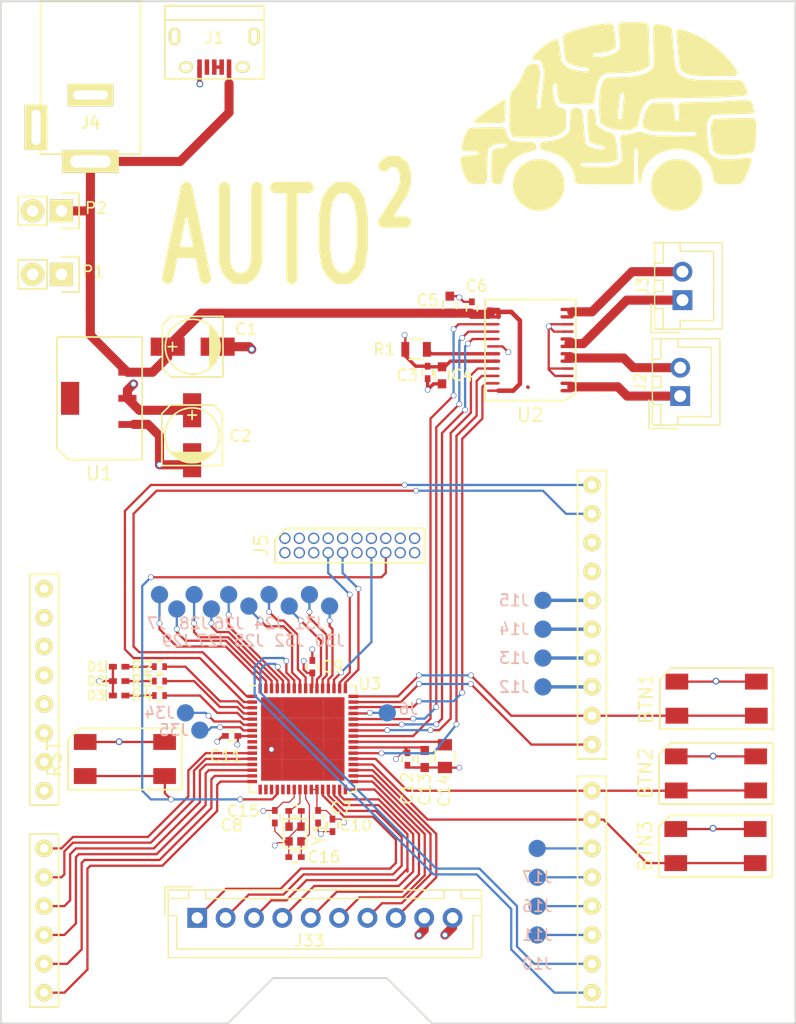
<source format=kicad_pcb>
(kicad_pcb (version 4) (host pcbnew 4.0.6)
  (title_block (title "Daughterboard DMPRO17"))
  (layers (0 F.Cu signal) (1 GND power hide) (2 3V3 power hide) (31 B.Cu signal) (34 B.Paste user) (35 F.Paste user) (36 B.SilkS user) (37 F.SilkS user) (38 B.Mask user) (39 F.Mask user) (44 Edge.Cuts user))
  (net 0 "")
  (net 1 +5V)
  (net 2 GND)
  (net 3 +3V3)
  (net 4 /TB6612/MotorA1)
  (net 5 /TB6612/MotorA2)
  (net 6 /TB6612/MotorB1)
  (net 7 /TB6612/MotorB2)
  (net 8 /EFM32/PC12)
  (net 9 /EFM32/PC14)
  (net 10 /EFM32/PC15)
  (net 11 /EFM32/PD8)
  (net 12 /EFM32/PA9)
  (net 13 /EFM32/PA10)
  (net 14 /EFM32/PA15)
  (net 15 /EFM32/PB7)
  (net 16 /EFM32/PB8)
  (net 17 "Net-(SHIELD1-PadRST)")
  (net 18 /EFM32/TX)
  (net 19 /EFM32/RX)
  (net 20 "Net-(SHIELD1-PadAREF)")
  (net 21 /EFM32/RESETn)
  (net 22 /EFM32/PWMA)
  (net 23 /EFM32/AIN2)
  (net 24 /EFM32/AIN1)
  (net 25 /EFM32/BIN1)
  (net 26 /EFM32/BIN2)
  (net 27 /EFM32/PWMB)
  (net 28 /EFM32/PC0)
  (net 29 /EFM32/PC1)
  (net 30 /EFM32/PC2)
  (net 31 /EFM32/PC3)
  (net 32 /EFM32/PC4)
  (net 33 /EFM32/PC5)
  (net 34 /EFM32/PC6)
  (net 35 /EFM32/PF0)
  (net 36 /EFM32/PF1)
  (net 37 /EFM32/PF2)
  (net 38 "Net-(D1-Pad2)")
  (net 39 "Net-(D2-Pad2)")
  (net 40 "Net-(D3-Pad2)")
  (net 41 "Net-(J1-Pad2)")
  (net 42 "Net-(J5-Pad1)")
  (net 43 "Net-(J5-Pad3)")
  (net 44 "Net-(J5-Pad5)")
  (net 45 "Net-(J12-Pad1)")
  (net 46 "Net-(J13-Pad1)")
  (net 47 "Net-(J14-Pad1)")
  (net 48 "Net-(J15-Pad1)")
  (net 49 /EFM32/SDA)
  (net 50 /EFM32/SCL)
  (net 51 "Net-(J1-Pad4)")
  (net 52 "Net-(J5-Pad11)")
  (net 53 "Net-(J5-Pad17)")
  (net 54 "Net-(J5-Pad19)")
  (net 55 /EFM32/PE8)
  (net 56 /EFM32/PE9)
  (net 57 /EFM32/PE12)
  (net 58 /EFM32/PE13)
  (net 59 /EFM32/PE14)
  (net 60 /EFM32/PE15)
  (net 61 /EFM32/PF3)
  (net 62 /EFM32/PF4)
  (net 63 /EFM32/PF5)
  (net 64 /EFM32/ADC0_CH0)
  (net 65 /EFM32/ADC0_CH1)
  (net 66 /EFM32/ADC0_CH2)
  (net 67 /EFM32/ADC0_CH3)
  (net 68 /EFM32/ADC0_CH4)
  (net 69 /EFM32/ADC0_CH5)
  (net 70 /EFM32/ADC0_CH6)
  (net 71 /EFM32/ADC0_CH7)
  (net 72 /EFM32/PA5)
  (net 73 /EFM32/PA6)
  (net 74 /EFM32/PB11)
  (net 75 /EFM32/PB12)
  (net 76 /EFM32/PB13)
  (net 77 /EFM32/PB14)
  (net 78 /TB6612/STBY)
  (net 79 /EFM32/PA2)
  (net 80 /EFM32/PA3)
  (net 81 /EFM32/PA4)
  (net 82 /EFM32/DCPL)
  (net 83 "Net-(SHIELD1-PadVIN)")
  (net 84 /EFM32/PA8)
  (net 85 "Net-(J10-Pad1)")
  (net 86 "Net-(J11-Pad1)")
  (net 87 "Net-(J16-Pad1)")
  (net 88 "Net-(J17-Pad1)")
  (net 89 "Net-(SHIELD1-Pad3V3)")
  (net 90 "Net-(SHIELD1-Pad5V)")
  (module footprints:WS-TASV (layer F.Cu) (at 127.06 119.4)
    (fp_text reference BTN1 (at -6.2 0 90) (layer F.SilkS) (effects (font (size 1.2 1.2))))
    (fp_text value Button)
    (pad 1 smd rect (at -3.5 -1.5) (size 2 1.4) (layers F.Cu F.Paste F.Mask) (net 3 +3V3))
    (pad 3 smd rect (at -3.5 1.5) (size 2 1.4) (layers F.Cu F.Paste F.Mask) (net 10 /EFM32/PC15))
    (pad 2 smd rect (at 3.5 -1.5) (size 2 1.4) (layers F.Cu F.Paste F.Mask) (net 3 +3V3))
    (pad 4 smd rect (at 3.5 1.5) (size 2 1.4) (layers F.Cu F.Paste F.Mask) (net 10 /EFM32/PC15))
  )
  (module SHIELD_ARDUINO:UNO_SHIELD (layer F.Cu) (at 91.948 116.078 270)
    (fp_text reference SHIELD1 hide)
    (fp_text value ARDUINO_SHIELD hide)
    (pad NC thru_hole circle (at -6.35 24.13 270) (size 1.524 1.524) (drill 0.762) (layers *.Cu *.Mask F.SilkS))
    (pad RST thru_hole circle (at -1.27 24.13 270) (size 1.524 1.524) (drill 0.762) (layers *.Cu *.Mask F.SilkS) (net 17 "Net-(SHIELD1-PadRST)"))
    (pad 3V3 thru_hole circle (at 1.27 24.13 270) (size 1.524 1.524) (drill 0.762) (layers *.Cu *.Mask F.SilkS) (net 89 "Net-(SHIELD1-Pad3V3)"))
    (pad 5V thru_hole circle (at 3.81 24.13 270) (size 1.524 1.524) (drill 0.762) (layers *.Cu *.Mask F.SilkS) (net 90 "Net-(SHIELD1-Pad5V)"))
    (pad GND1 thru_hole circle (at 6.35 24.13 270) (size 1.524 1.524) (drill 0.762) (layers *.Cu *.Mask F.SilkS) (net 2 GND))
    (pad GND2 thru_hole circle (at 8.89 24.13 270) (size 1.524 1.524) (drill 0.762) (layers *.Cu *.Mask F.SilkS) (net 2 GND))
    (pad VIN thru_hole circle (at 11.43 24.13 270) (size 1.524 1.524) (drill 0.762) (layers *.Cu *.Mask F.SilkS) (net 83 "Net-(SHIELD1-PadVIN)"))
    (pad A0 thru_hole circle (at 16.51 24.13 270) (size 1.524 1.524) (drill 0.762) (layers *.Cu *.Mask F.SilkS) (net 30 /EFM32/PC2))
    (pad A1 thru_hole circle (at 19.05 24.13 270) (size 1.524 1.524) (drill 0.762) (layers *.Cu *.Mask F.SilkS) (net 31 /EFM32/PC3))
    (pad A2 thru_hole circle (at 21.59 24.13 270) (size 1.524 1.524) (drill 0.762) (layers *.Cu *.Mask F.SilkS) (net 32 /EFM32/PC4))
    (pad A3 thru_hole circle (at 24.13 24.13 270) (size 1.524 1.524) (drill 0.762) (layers *.Cu *.Mask F.SilkS) (net 33 /EFM32/PC5))
    (pad A4 thru_hole circle (at 26.67 24.13 270) (size 1.524 1.524) (drill 0.762) (layers *.Cu *.Mask F.SilkS) (net 15 /EFM32/PB7))
    (pad A5 thru_hole circle (at 29.21 24.13 270) (size 1.524 1.524) (drill 0.762) (layers *.Cu *.Mask F.SilkS) (net 16 /EFM32/PB8))
    (pad 0 thru_hole circle (at 29.21 -24.13 270) (size 1.524 1.524) (drill 0.762) (layers *.Cu *.Mask F.SilkS) (net 18 /EFM32/TX))
    (pad 1 thru_hole circle (at 26.67 -24.13 270) (size 1.524 1.524) (drill 0.762) (layers *.Cu *.Mask F.SilkS) (net 19 /EFM32/RX))
    (pad 2 thru_hole circle (at 24.13 -24.13 270) (size 1.524 1.524) (drill 0.762) (layers *.Cu *.Mask F.SilkS) (net 85 "Net-(J10-Pad1)"))
    (pad 3 thru_hole circle (at 21.59 -24.13 270) (size 1.524 1.524) (drill 0.762) (layers *.Cu *.Mask F.SilkS) (net 86 "Net-(J11-Pad1)"))
    (pad 4 thru_hole circle (at 19.05 -24.13 270) (size 1.524 1.524) (drill 0.762) (layers *.Cu *.Mask F.SilkS) (net 87 "Net-(J16-Pad1)"))
    (pad 5 thru_hole circle (at 16.51 -24.13 270) (size 1.524 1.524) (drill 0.762) (layers *.Cu *.Mask F.SilkS) (net 88 "Net-(J17-Pad1)"))
    (pad 6 thru_hole circle (at 13.97 -24.13 270) (size 1.524 1.524) (drill 0.762) (layers *.Cu *.Mask F.SilkS) (net 11 /EFM32/PD8))
    (pad 7 thru_hole circle (at 11.43 -24.13 270) (size 1.524 1.524) (drill 0.762) (layers *.Cu *.Mask F.SilkS) (net 34 /EFM32/PC6))
    (pad 8 thru_hole circle (at 7.366 -24.13 270) (size 1.524 1.524) (drill 0.762) (layers *.Cu *.Mask F.SilkS) (net 9 /EFM32/PC14))
    (pad 9 thru_hole circle (at 4.826 -24.13 270) (size 1.524 1.524) (drill 0.762) (layers *.Cu *.Mask F.SilkS) (net 10 /EFM32/PC15))
    (pad 10 thru_hole circle (at 2.286 -24.13 270) (size 1.524 1.524) (drill 0.762) (layers *.Cu *.Mask F.SilkS) (net 45 "Net-(J12-Pad1)"))
    (pad 11 thru_hole circle (at -0.254 -24.13 270) (size 1.524 1.524) (drill 0.762) (layers *.Cu *.Mask F.SilkS) (net 46 "Net-(J13-Pad1)"))
    (pad 12 thru_hole circle (at -2.794 -24.13 270) (size 1.524 1.524) (drill 0.762) (layers *.Cu *.Mask F.SilkS) (net 47 "Net-(J14-Pad1)"))
    (pad 13 thru_hole circle (at -5.334 -24.13 270) (size 1.524 1.524) (drill 0.762) (layers *.Cu *.Mask F.SilkS) (net 48 "Net-(J15-Pad1)"))
    (pad GND3 thru_hole circle (at -7.874 -24.13 270) (size 1.524 1.524) (drill 0.762) (layers *.Cu *.Mask F.SilkS) (net 2 GND))
    (pad AREF thru_hole circle (at -10.414 -24.13 270) (size 1.524 1.524) (drill 0.762) (layers *.Cu *.Mask F.SilkS) (net 20 "Net-(SHIELD1-PadAREF)"))
    (pad SDA thru_hole circle (at -12.954 -24.13 270) (size 1.524 1.524) (drill 0.762) (layers *.Cu *.Mask F.SilkS) (net 49 /EFM32/SDA))
    (pad SCL thru_hole circle (at -15.494 -24.13 270) (size 1.524 1.524) (drill 0.762) (layers *.Cu *.Mask F.SilkS) (net 50 /EFM32/SCL))
    (pad IREF thru_hole circle (at -3.81 24.13 270) (size 1.524 1.524) (drill 0.762) (layers *.Cu *.Mask F.SilkS))
  )
  (module lib_fp:Barrel (layer F.Cu) (at 71.9 68.7 180)
    (fp_text reference J4 (at 0 0 180) (layer F.SilkS) (effects (font (size 1.016 1.016) (thickness 0.2032))))
    (fp_text value BARREL_JACK hide)
    (pad 2 thru_hole rect (at 0 2.45 180) (size 4 2) (drill oval 3.1 0.8) (layers *.Cu *.Mask F.SilkS) (net 2 GND))
    (pad 1 thru_hole rect (at 0 -3.4 180) (size 5 2) (drill oval 3.6 1.1) (layers *.Cu *.Mask F.SilkS) (net 1 +5V))
    (pad 3 thru_hole rect (at 4.8 -0.4 180) (size 2 4) (drill oval 0.8 3.1) (layers *.Cu *.Mask F.SilkS) (net 2 GND))
  )
  (module Capacitors_SMD:C_0402 (layer F.Cu) (at 89.916 129.286)
    (fp_text reference C15 (at -4.572 0) (layer F.SilkS))
    (fp_text value 10pF)
    (pad 1 smd rect (at -0.55 0) (size 0.6 0.5) (layers F.Cu F.Paste F.Mask) (net 76 /EFM32/PB13))
    (pad 2 smd rect (at 0.55 0) (size 0.6 0.5) (layers F.Cu F.Paste F.Mask) (net 2 GND))
  )
  (module Capacitors_SMD:c_elec_5x5.3 (layer F.Cu) (at 80.9 88.41 180)
    (fp_text reference C1 (at -4.698 1.542 180) (layer F.SilkS))
    (fp_text value 47uF)
    (pad 1 smd rect (at 2.19964 0 180) (size 2.99974 1.6002) (layers F.Cu F.Paste F.Mask) (net 1 +5V))
    (pad 2 smd rect (at -2.19964 0 180) (size 2.99974 1.6002) (layers F.Cu F.Paste F.Mask) (net 2 GND))
  )
  (module Capacitors_SMD:c_elec_5x5.3 (layer F.Cu) (at 80.85 96.21 90)
    (fp_text reference C2 (at -0.056 4.24 180) (layer F.SilkS))
    (fp_text value 47uF)
    (pad 1 smd rect (at 2.19964 0 90) (size 2.99974 1.6002) (layers F.Cu F.Paste F.Mask) (net 3 +3V3))
    (pad 2 smd rect (at -2.19964 0 90) (size 2.99974 1.6002) (layers F.Cu F.Paste F.Mask) (net 2 GND))
  )
  (module Capacitors_SMD:C_0805 (layer F.Cu) (at 103.124 124.46 270)
    (fp_text reference C14 (at 3.04 0.07 270) (layer F.SilkS))
    (fp_text value 1uF)
    (pad 1 smd rect (at -1 0 270) (size 1 1.25) (layers F.Cu F.Paste F.Mask) (net 82 /EFM32/DCPL))
    (pad 2 smd rect (at 1 0 270) (size 1 1.25) (layers F.Cu F.Paste F.Mask) (net 2 GND))
  )
  (module Connect:USB_Micro-B (layer F.Cu) (at 82.804 62.23 180)
    (fp_text reference J1 (at 0 1.016 180) (layer F.SilkS))
    (fp_text value USB_OTG)
    (pad 1 smd rect (at -1.3009 -1.56254 270) (size 1.35 0.4) (layers F.Cu F.Paste F.Mask) (net 1 +5V))
    (pad 2 smd rect (at -0.6509 -1.56254 270) (size 1.35 0.4) (layers F.Cu F.Paste F.Mask) (net 41 "Net-(J1-Pad2)"))
    (pad 3 smd rect (at -0.0009 -1.56254 270) (size 1.35 0.4) (layers F.Cu F.Paste F.Mask) (net 41 "Net-(J1-Pad2)"))
    (pad 4 smd rect (at 0.6491 -1.56254 270) (size 1.35 0.4) (layers F.Cu F.Paste F.Mask) (net 51 "Net-(J1-Pad4)"))
    (pad 5 smd rect (at 1.2991 -1.56254 270) (size 1.35 0.4) (layers F.Cu F.Paste F.Mask) (net 2 GND))
    (pad 6 thru_hole oval (at -2.5009 -1.56254 270) (size 0.95 1.25) (drill oval 0.55 0.85) (layers *.Cu *.Mask F.SilkS) (net 2 GND))
    (pad 6 thru_hole oval (at 2.4991 -1.56254 270) (size 0.95 1.25) (drill oval 0.55 0.85) (layers *.Cu *.Mask F.SilkS) (net 2 GND))
    (pad 6 thru_hole oval (at -3.5009 1.13746 270) (size 1.55 1) (drill oval 1.15 0.5) (layers *.Cu *.Mask F.SilkS) (net 2 GND))
    (pad 6 thru_hole oval (at 3.4991 1.13746 270) (size 1.55 1) (drill oval 1.15 0.5) (layers *.Cu *.Mask F.SilkS) (net 2 GND))
  )
  (module Connectors_JST:JST_XH_B02B-XH-A_02x2.50mm_Straight (layer F.Cu) (at 123.85 92.76 90)
    (fp_text reference J2 (at 1.25 -3.5 90) (layer F.SilkS))
    (fp_text value MotorA)
    (pad 1 thru_hole rect (at 0 0 90) (size 1.75 1.75) (drill 1.05) (layers *.Cu *.Mask) (net 4 /TB6612/MotorA1))
    (pad 2 thru_hole circle (at 2.5 0 90) (size 1.75 1.75) (drill 1.05) (layers *.Cu *.Mask) (net 5 /TB6612/MotorA2))
  )
  (module Connectors_JST:JST_XH_B02B-XH-A_02x2.50mm_Straight (layer F.Cu) (at 124.05 84.31 90)
    (fp_text reference J3 (at 1.25 -3.5 90) (layer F.SilkS))
    (fp_text value MotorB)
    (pad 1 thru_hole rect (at 0 0 90) (size 1.75 1.75) (drill 1.05) (layers *.Cu *.Mask) (net 7 /TB6612/MotorB2))
    (pad 2 thru_hole circle (at 2.5 0 90) (size 1.75 1.75) (drill 1.05) (layers *.Cu *.Mask) (net 6 /TB6612/MotorB1))
  )
  (module footprints:SOIC-20 (layer F.Cu) (at 94.742 105.918)
    (fp_text reference J5 (at -7.79 0 90) (layer F.SilkS) (effects (font (size 1.2 1.2))))
    (fp_text value Debug)
    (pad 2 thru_hole circle (at -5.715 -0.635) (size 1 1) (drill 0.75) (layers *.Cu *.Mask) (net 3 +3V3))
    (pad 1 thru_hole circle (at -5.715 0.635) (size 1 1) (drill 0.75) (layers *.Cu *.Mask) (net 42 "Net-(J5-Pad1)"))
    (pad 4 thru_hole circle (at -4.445 -0.635) (size 1 1) (drill 0.75) (layers *.Cu *.Mask) (net 2 GND))
    (pad 3 thru_hole circle (at -4.445 0.635) (size 1 1) (drill 0.75) (layers *.Cu *.Mask) (net 43 "Net-(J5-Pad3)"))
    (pad 6 thru_hole circle (at -3.175 -0.635) (size 1 1) (drill 0.75) (layers *.Cu *.Mask) (net 2 GND))
    (pad 5 thru_hole circle (at -3.175 0.635) (size 1 1) (drill 0.75) (layers *.Cu *.Mask) (net 44 "Net-(J5-Pad5)"))
    (pad 8 thru_hole circle (at -1.905 -0.635) (size 1 1) (drill 0.75) (layers *.Cu *.Mask) (net 2 GND))
    (pad 7 thru_hole circle (at -1.905 0.635) (size 1 1) (drill 0.75) (layers *.Cu *.Mask) (net 36 /EFM32/PF1))
    (pad 10 thru_hole circle (at -0.635 -0.635) (size 1 1) (drill 0.75) (layers *.Cu *.Mask) (net 2 GND))
    (pad 9 thru_hole circle (at -0.635 0.635) (size 1 1) (drill 0.75) (layers *.Cu *.Mask) (net 35 /EFM32/PF0))
    (pad 12 thru_hole circle (at 0.635 -0.635) (size 1 1) (drill 0.75) (layers *.Cu *.Mask) (net 2 GND))
    (pad 11 thru_hole circle (at 0.635 0.635) (size 1 1) (drill 0.75) (layers *.Cu *.Mask) (net 52 "Net-(J5-Pad11)"))
    (pad 14 thru_hole circle (at 1.905 -0.635) (size 1 1) (drill 0.75) (layers *.Cu *.Mask) (net 2 GND))
    (pad 13 thru_hole circle (at 1.905 0.635) (size 1 1) (drill 0.75) (layers *.Cu *.Mask) (net 37 /EFM32/PF2))
    (pad 16 thru_hole circle (at 3.175 -0.635) (size 1 1) (drill 0.75) (layers *.Cu *.Mask) (net 2 GND))
    (pad 15 thru_hole circle (at 3.175 0.635) (size 1 1) (drill 0.75) (layers *.Cu *.Mask) (net 21 /EFM32/RESETn))
    (pad 18 thru_hole circle (at 4.445 -0.635) (size 1 1) (drill 0.75) (layers *.Cu *.Mask) (net 2 GND))
    (pad 17 thru_hole circle (at 4.445 0.635) (size 1 1) (drill 0.75) (layers *.Cu *.Mask) (net 53 "Net-(J5-Pad17)"))
    (pad 20 thru_hole circle (at 5.715 -0.635) (size 1 1) (drill 0.75) (layers *.Cu *.Mask) (net 2 GND))
    (pad 19 thru_hole circle (at 5.715 0.635) (size 1 1) (drill 0.75) (layers *.Cu *.Mask) (net 54 "Net-(J5-Pad19)"))
  )
  (module Connectors_JST:JST_XH_B10B-XH-A_10x2.50mm_Straight (layer F.Cu) (at 81.3 138.7)
    (fp_text reference J33 (at 9.886 2.016) (layer F.SilkS))
    (fp_text value QTR-8A)
    (pad 1 thru_hole rect (at 0 0) (size 1.75 1.75) (drill 1) (layers *.Cu *.Mask) (net 64 /EFM32/ADC0_CH0))
    (pad 2 thru_hole circle (at 2.5 0) (size 1.75 1.75) (drill 1) (layers *.Cu *.Mask) (net 65 /EFM32/ADC0_CH1))
    (pad 3 thru_hole circle (at 5 0) (size 1.75 1.75) (drill 1) (layers *.Cu *.Mask) (net 66 /EFM32/ADC0_CH2))
    (pad 4 thru_hole circle (at 7.5 0) (size 1.75 1.75) (drill 1) (layers *.Cu *.Mask) (net 67 /EFM32/ADC0_CH3))
    (pad 5 thru_hole circle (at 10 0) (size 1.75 1.75) (drill 1) (layers *.Cu *.Mask) (net 68 /EFM32/ADC0_CH4))
    (pad 6 thru_hole circle (at 12.5 0) (size 1.75 1.75) (drill 1) (layers *.Cu *.Mask) (net 69 /EFM32/ADC0_CH5))
    (pad 7 thru_hole circle (at 15 0) (size 1.75 1.75) (drill 1) (layers *.Cu *.Mask) (net 70 /EFM32/ADC0_CH6))
    (pad 8 thru_hole circle (at 17.5 0) (size 1.75 1.75) (drill 1) (layers *.Cu *.Mask) (net 71 /EFM32/ADC0_CH7))
    (pad 9 thru_hole circle (at 20 0) (size 1.75 1.75) (drill 1) (layers *.Cu *.Mask) (net 3 +3V3))
    (pad 10 thru_hole circle (at 22.5 0) (size 1.75 1.75) (drill 1) (layers *.Cu *.Mask) (net 2 GND))
  )
  (module Resistors_SMD:R_0805 (layer F.Cu) (at 100.584 88.646 180)
    (fp_text reference R1 (at 2.794 0 180) (layer F.SilkS))
    (fp_text value 10k)
    (pad 1 smd rect (at -0.95 0 180) (size 0.7 1.3) (layers F.Cu F.Paste F.Mask) (net 78 /TB6612/STBY))
    (pad 2 smd rect (at 0.95 0 180) (size 0.7 1.3) (layers F.Cu F.Paste F.Mask) (net 3 +3V3))
  )
  (module Resistors_SMD:R_0402 (layer F.Cu) (at 77.978 116.586 180)
    (fp_text reference R2 (at 1.524 0 180) (layer F.SilkS))
    (fp_text value R)
    (pad 1 smd rect (at -0.45 0 180) (size 0.4 0.6) (layers F.Cu F.Paste F.Mask) (net 79 /EFM32/PA2))
    (pad 2 smd rect (at 0.45 0 180) (size 0.4 0.6) (layers F.Cu F.Paste F.Mask) (net 38 "Net-(D1-Pad2)"))
  )
  (module Resistors_SMD:R_0402 (layer F.Cu) (at 77.978 117.856 180)
    (fp_text reference R3 (at 1.524 0 180) (layer F.SilkS))
    (fp_text value R)
    (pad 1 smd rect (at -0.45 0 180) (size 0.4 0.6) (layers F.Cu F.Paste F.Mask) (net 80 /EFM32/PA3))
    (pad 2 smd rect (at 0.45 0 180) (size 0.4 0.6) (layers F.Cu F.Paste F.Mask) (net 39 "Net-(D2-Pad2)"))
  )
  (module Resistors_SMD:R_0402 (layer F.Cu) (at 77.978 119.126 180)
    (fp_text reference R4 (at 1.524 0 180) (layer F.SilkS))
    (fp_text value R)
    (pad 1 smd rect (at -0.45 0 180) (size 0.4 0.6) (layers F.Cu F.Paste F.Mask) (net 81 /EFM32/PA4))
    (pad 2 smd rect (at 0.45 0 180) (size 0.4 0.6) (layers F.Cu F.Paste F.Mask) (net 40 "Net-(D3-Pad2)"))
  )
  (module Housings_DFN_QFN:QFN-64-1EP_9x9mm_Pitch0.5mm (layer F.Cu) (at 90.6 122.95)
    (fp_text reference U3 (at 5.92 -4.84) (layer F.SilkS))
    (fp_text value EFM32G230F128)
    (pad 1 smd rect (at -4.45 -3.75) (size 0.85 0.3) (layers F.Cu F.Paste F.Mask) (net 49 /EFM32/SDA))
    (pad 2 smd rect (at -4.45 -3.25) (size 0.85 0.3) (layers F.Cu F.Paste F.Mask) (net 50 /EFM32/SCL))
    (pad 3 smd rect (at -4.45 -2.75) (size 0.85 0.3) (layers F.Cu F.Paste F.Mask) (net 79 /EFM32/PA2))
    (pad 4 smd rect (at -4.45 -2.25) (size 0.85 0.3) (layers F.Cu F.Paste F.Mask) (net 80 /EFM32/PA3))
    (pad 5 smd rect (at -4.45 -1.75) (size 0.85 0.3) (layers F.Cu F.Paste F.Mask) (net 81 /EFM32/PA4))
    (pad 6 smd rect (at -4.45 -1.25) (size 0.85 0.3) (layers F.Cu F.Paste F.Mask) (net 72 /EFM32/PA5))
    (pad 7 smd rect (at -4.45 -0.75) (size 0.85 0.3) (layers F.Cu F.Paste F.Mask) (net 73 /EFM32/PA6))
    (pad 8 smd rect (at -4.45 -0.25) (size 0.85 0.3) (layers F.Cu F.Paste F.Mask) (net 3 +3V3))
    (pad 9 smd rect (at -4.45 0.25) (size 0.85 0.3) (layers F.Cu F.Paste F.Mask) (net 28 /EFM32/PC0))
    (pad 10 smd rect (at -4.45 0.75) (size 0.85 0.3) (layers F.Cu F.Paste F.Mask) (net 29 /EFM32/PC1))
    (pad 11 smd rect (at -4.45 1.25) (size 0.85 0.3) (layers F.Cu F.Paste F.Mask) (net 30 /EFM32/PC2))
    (pad 12 smd rect (at -4.45 1.75) (size 0.85 0.3) (layers F.Cu F.Paste F.Mask) (net 31 /EFM32/PC3))
    (pad 13 smd rect (at -4.45 2.25) (size 0.85 0.3) (layers F.Cu F.Paste F.Mask) (net 32 /EFM32/PC4))
    (pad 14 smd rect (at -4.45 2.75) (size 0.85 0.3) (layers F.Cu F.Paste F.Mask) (net 33 /EFM32/PC5))
    (pad 15 smd rect (at -4.45 3.25) (size 0.85 0.3) (layers F.Cu F.Paste F.Mask) (net 15 /EFM32/PB7))
    (pad 16 smd rect (at -4.45 3.75) (size 0.85 0.3) (layers F.Cu F.Paste F.Mask) (net 16 /EFM32/PB8))
    (pad 17 smd rect (at -3.75 4.45 90) (size 0.85 0.3) (layers F.Cu F.Paste F.Mask) (net 84 /EFM32/PA8))
    (pad 18 smd rect (at -3.25 4.45 90) (size 0.85 0.3) (layers F.Cu F.Paste F.Mask) (net 12 /EFM32/PA9))
    (pad 19 smd rect (at -2.75 4.45 90) (size 0.85 0.3) (layers F.Cu F.Paste F.Mask) (net 13 /EFM32/PA10))
    (pad 20 smd rect (at -2.25 4.45 90) (size 0.85 0.3) (layers F.Cu F.Paste F.Mask) (net 21 /EFM32/RESETn))
    (pad 21 smd rect (at -1.75 4.45 90) (size 0.85 0.3) (layers F.Cu F.Paste F.Mask) (net 74 /EFM32/PB11))
    (pad 22 smd rect (at -1.25 4.45 90) (size 0.85 0.3) (layers F.Cu F.Paste F.Mask) (net 75 /EFM32/PB12))
    (pad 23 smd rect (at -0.75 4.45 90) (size 0.85 0.3) (layers F.Cu F.Paste F.Mask) (net 3 +3V3))
    (pad 24 smd rect (at -0.25 4.45 90) (size 0.85 0.3) (layers F.Cu F.Paste F.Mask) (net 76 /EFM32/PB13))
    (pad 25 smd rect (at 0.25 4.45 90) (size 0.85 0.3) (layers F.Cu F.Paste F.Mask) (net 77 /EFM32/PB14))
    (pad 26 smd rect (at 0.75 4.45 90) (size 0.85 0.3) (layers F.Cu F.Paste F.Mask) (net 3 +3V3))
    (pad 27 smd rect (at 1.25 4.45 90) (size 0.85 0.3) (layers F.Cu F.Paste F.Mask) (net 3 +3V3))
    (pad 28 smd rect (at 1.75 4.45 90) (size 0.85 0.3) (layers F.Cu F.Paste F.Mask) (net 64 /EFM32/ADC0_CH0))
    (pad 29 smd rect (at 2.25 4.45 90) (size 0.85 0.3) (layers F.Cu F.Paste F.Mask) (net 65 /EFM32/ADC0_CH1))
    (pad 30 smd rect (at 2.75 4.45 90) (size 0.85 0.3) (layers F.Cu F.Paste F.Mask) (net 66 /EFM32/ADC0_CH2))
    (pad 31 smd rect (at 3.25 4.45 90) (size 0.85 0.3) (layers F.Cu F.Paste F.Mask) (net 67 /EFM32/ADC0_CH3))
    (pad 32 smd rect (at 3.75 4.45 90) (size 0.85 0.3) (layers F.Cu F.Paste F.Mask) (net 68 /EFM32/ADC0_CH4))
    (pad 33 smd rect (at 4.45 3.75) (size 0.85 0.3) (layers F.Cu F.Paste F.Mask) (net 69 /EFM32/ADC0_CH5))
    (pad 34 smd rect (at 4.45 3.25) (size 0.85 0.3) (layers F.Cu F.Paste F.Mask) (net 70 /EFM32/ADC0_CH6))
    (pad 35 smd rect (at 4.45 2.75) (size 0.85 0.3) (layers F.Cu F.Paste F.Mask) (net 71 /EFM32/ADC0_CH7))
    (pad 36 smd rect (at 4.45 2.25) (size 0.85 0.3) (layers F.Cu F.Paste F.Mask) (net 11 /EFM32/PD8))
    (pad 37 smd rect (at 4.45 1.75) (size 0.85 0.3) (layers F.Cu F.Paste F.Mask) (net 34 /EFM32/PC6))
    (pad 38 smd rect (at 4.45 1.25) (size 0.85 0.3) (layers F.Cu F.Paste F.Mask) (net 23 /EFM32/AIN2))
    (pad 39 smd rect (at 4.45 0.75) (size 0.85 0.3) (layers F.Cu F.Paste F.Mask) (net 3 +3V3))
    (pad 40 smd rect (at 4.45 0.25) (size 0.85 0.3) (layers F.Cu F.Paste F.Mask) (net 82 /EFM32/DCPL))
    (pad 41 smd rect (at 4.45 -0.25) (size 0.85 0.3) (layers F.Cu F.Paste F.Mask) (net 27 /EFM32/PWMB))
    (pad 42 smd rect (at 4.45 -0.75) (size 0.85 0.3) (layers F.Cu F.Paste F.Mask) (net 24 /EFM32/AIN1))
    (pad 43 smd rect (at 4.45 -1.25) (size 0.85 0.3) (layers F.Cu F.Paste F.Mask) (net 25 /EFM32/BIN1))
    (pad 44 smd rect (at 4.45 -1.75) (size 0.85 0.3) (layers F.Cu F.Paste F.Mask) (net 26 /EFM32/BIN2))
    (pad 45 smd rect (at 4.45 -2.25) (size 0.85 0.3) (layers F.Cu F.Paste F.Mask) (net 8 /EFM32/PC12))
    (pad 46 smd rect (at 4.45 -2.75) (size 0.85 0.3) (layers F.Cu F.Paste F.Mask) (net 22 /EFM32/PWMA))
    (pad 47 smd rect (at 4.45 -3.25) (size 0.85 0.3) (layers F.Cu F.Paste F.Mask) (net 9 /EFM32/PC14))
    (pad 48 smd rect (at 4.45 -3.75) (size 0.85 0.3) (layers F.Cu F.Paste F.Mask) (net 10 /EFM32/PC15))
    (pad 49 smd rect (at 3.75 -4.45 90) (size 0.85 0.3) (layers F.Cu F.Paste F.Mask) (net 35 /EFM32/PF0))
    (pad 50 smd rect (at 3.25 -4.45 90) (size 0.85 0.3) (layers F.Cu F.Paste F.Mask) (net 36 /EFM32/PF1))
    (pad 51 smd rect (at 2.75 -4.45 90) (size 0.85 0.3) (layers F.Cu F.Paste F.Mask) (net 37 /EFM32/PF2))
    (pad 52 smd rect (at 2.25 -4.45 90) (size 0.85 0.3) (layers F.Cu F.Paste F.Mask) (net 61 /EFM32/PF3))
    (pad 53 smd rect (at 1.75 -4.45 90) (size 0.85 0.3) (layers F.Cu F.Paste F.Mask) (net 62 /EFM32/PF4))
    (pad 54 smd rect (at 1.25 -4.45 90) (size 0.85 0.3) (layers F.Cu F.Paste F.Mask) (net 63 /EFM32/PF5))
    (pad 55 smd rect (at 0.75 -4.45 90) (size 0.85 0.3) (layers F.Cu F.Paste F.Mask) (net 3 +3V3))
    (pad 56 smd rect (at 0.25 -4.45 90) (size 0.85 0.3) (layers F.Cu F.Paste F.Mask) (net 55 /EFM32/PE8))
    (pad 57 smd rect (at -0.25 -4.45 90) (size 0.85 0.3) (layers F.Cu F.Paste F.Mask) (net 56 /EFM32/PE9))
    (pad 58 smd rect (at -0.75 -4.45 90) (size 0.85 0.3) (layers F.Cu F.Paste F.Mask) (net 18 /EFM32/TX))
    (pad 59 smd rect (at -1.25 -4.45 90) (size 0.85 0.3) (layers F.Cu F.Paste F.Mask) (net 19 /EFM32/RX))
    (pad 60 smd rect (at -1.75 -4.45 90) (size 0.85 0.3) (layers F.Cu F.Paste F.Mask) (net 57 /EFM32/PE12))
    (pad 61 smd rect (at -2.25 -4.45 90) (size 0.85 0.3) (layers F.Cu F.Paste F.Mask) (net 58 /EFM32/PE13))
    (pad 62 smd rect (at -2.75 -4.45 90) (size 0.85 0.3) (layers F.Cu F.Paste F.Mask) (net 59 /EFM32/PE14))
    (pad 63 smd rect (at -3.25 -4.45 90) (size 0.85 0.3) (layers F.Cu F.Paste F.Mask) (net 60 /EFM32/PE15))
    (pad 64 smd rect (at -3.75 -4.45 90) (size 0.85 0.3) (layers F.Cu F.Paste F.Mask) (net 14 /EFM32/PA15))
    (pad 65 smd rect (at 2.75625 2.75625) (size 1.8375 1.8375) (layers F.Cu F.Paste F.Mask) (net 2 GND))
    (pad 65 smd rect (at 2.75625 0.91875) (size 1.8375 1.8375) (layers F.Cu F.Paste F.Mask) (net 2 GND))
    (pad 65 smd rect (at 2.75625 -0.91875) (size 1.8375 1.8375) (layers F.Cu F.Paste F.Mask) (net 2 GND))
    (pad 65 smd rect (at 2.75625 -2.75625) (size 1.8375 1.8375) (layers F.Cu F.Paste F.Mask) (net 2 GND))
    (pad 65 smd rect (at 0.91875 2.75625) (size 1.8375 1.8375) (layers F.Cu F.Paste F.Mask) (net 2 GND))
    (pad 65 smd rect (at 0.91875 0.91875) (size 1.8375 1.8375) (layers F.Cu F.Paste F.Mask) (net 2 GND))
    (pad 65 smd rect (at 0.91875 -0.91875) (size 1.8375 1.8375) (layers F.Cu F.Paste F.Mask) (net 2 GND))
    (pad 65 smd rect (at 0.91875 -2.75625) (size 1.8375 1.8375) (layers F.Cu F.Paste F.Mask) (net 2 GND))
    (pad 65 smd rect (at -0.91875 2.75625) (size 1.8375 1.8375) (layers F.Cu F.Paste F.Mask) (net 2 GND))
    (pad 65 smd rect (at -0.91875 0.91875) (size 1.8375 1.8375) (layers F.Cu F.Paste F.Mask) (net 2 GND))
    (pad 65 smd rect (at -0.91875 -0.91875) (size 1.8375 1.8375) (layers F.Cu F.Paste F.Mask) (net 2 GND))
    (pad 65 smd rect (at -0.91875 -2.75625) (size 1.8375 1.8375) (layers F.Cu F.Paste F.Mask) (net 2 GND))
    (pad 65 smd rect (at -2.75625 2.75625) (size 1.8375 1.8375) (layers F.Cu F.Paste F.Mask) (net 2 GND))
    (pad 65 smd rect (at -2.75625 0.91875) (size 1.8375 1.8375) (layers F.Cu F.Paste F.Mask) (net 2 GND))
    (pad 65 smd rect (at -2.75625 -0.91875) (size 1.8375 1.8375) (layers F.Cu F.Paste F.Mask) (net 2 GND))
    (pad 65 smd rect (at -2.75625 -2.75625) (size 1.8375 1.8375) (layers F.Cu F.Paste F.Mask) (net 2 GND))
  )
  (module Capacitors_SMD:C_0402 (layer F.Cu) (at 89.916 133.35 180)
    (fp_text reference C16 (at -2.54 0 180) (layer F.SilkS))
    (fp_text value 10pF)
    (pad 1 smd rect (at -0.55 0 180) (size 0.6 0.5) (layers F.Cu F.Paste F.Mask) (net 77 /EFM32/PB14))
    (pad 2 smd rect (at 0.55 0 180) (size 0.6 0.5) (layers F.Cu F.Paste F.Mask) (net 2 GND))
  )
  (module Measurement_Points:Measurement_Point_Round-SMD-Pad_Small (layer B.Cu) (at 98.044 120.65)
    (fp_text reference J6 (at 1.856 -0.35) (layer B.SilkS) (effects (justify mirror)))
    (fp_text value J)
    (pad 1 smd circle (at 0 0) (size 1.524 1.524) (layers B.Cu B.Paste B.Mask) (net 8 /EFM32/PC12))
  )
  (module Measurement_Points:Measurement_Point_Round-SMD-Pad_Small (layer B.Cu) (at 111.252 140.208)
    (fp_text reference J10 (at 0 2.54) (layer B.SilkS) (effects (justify mirror)))
    (fp_text value J)
    (pad 1 smd circle (at 0 0) (size 1.524 1.524) (layers B.Cu B.Paste B.Mask) (net 85 "Net-(J10-Pad1)"))
  )
  (module Measurement_Points:Measurement_Point_Round-SMD-Pad_Small (layer B.Cu) (at 111.252 137.668)
    (fp_text reference J11 (at 0 2.54) (layer B.SilkS) (effects (justify mirror)))
    (fp_text value J)
    (pad 1 smd circle (at 0 0) (size 1.524 1.524) (layers B.Cu B.Paste B.Mask) (net 86 "Net-(J11-Pad1)"))
  )
  (module Measurement_Points:Measurement_Point_Round-SMD-Pad_Small (layer B.Cu) (at 111.76 118.364)
    (fp_text reference J12 (at -2.54 0) (layer B.SilkS) (effects (justify mirror)))
    (fp_text value J)
    (pad 1 smd circle (at 0 0) (size 1.524 1.524) (layers B.Cu B.Paste B.Mask) (net 45 "Net-(J12-Pad1)"))
  )
  (module Measurement_Points:Measurement_Point_Round-SMD-Pad_Small (layer B.Cu) (at 111.76 115.824)
    (fp_text reference J13 (at -2.54 0) (layer B.SilkS) (effects (justify mirror)))
    (fp_text value J)
    (pad 1 smd circle (at 0 0) (size 1.524 1.524) (layers B.Cu B.Paste B.Mask) (net 46 "Net-(J13-Pad1)"))
  )
  (module Measurement_Points:Measurement_Point_Round-SMD-Pad_Small (layer B.Cu) (at 111.76 113.284)
    (fp_text reference J14 (at -2.54 0) (layer B.SilkS) (effects (justify mirror)))
    (fp_text value J)
    (pad 1 smd circle (at 0 0) (size 1.524 1.524) (layers B.Cu B.Paste B.Mask) (net 47 "Net-(J14-Pad1)"))
  )
  (module Measurement_Points:Measurement_Point_Round-SMD-Pad_Small (layer B.Cu) (at 111.76 110.744)
    (fp_text reference J15 (at -2.54 0) (layer B.SilkS) (effects (justify mirror)))
    (fp_text value J)
    (pad 1 smd circle (at 0 0) (size 1.524 1.524) (layers B.Cu B.Paste B.Mask) (net 48 "Net-(J15-Pad1)"))
  )
  (module Measurement_Points:Measurement_Point_Round-SMD-Pad_Small (layer B.Cu) (at 111.252 135.128)
    (fp_text reference J16 (at 0 2.54) (layer B.SilkS) (effects (justify mirror)))
    (fp_text value J)
    (pad 1 smd circle (at 0 0) (size 1.524 1.524) (layers B.Cu B.Paste B.Mask) (net 87 "Net-(J16-Pad1)"))
  )
  (module Measurement_Points:Measurement_Point_Round-SMD-Pad_Small (layer B.Cu) (at 111.252 132.588)
    (fp_text reference J17 (at 0 2.54) (layer B.SilkS) (effects (justify mirror)))
    (fp_text value J)
    (pad 1 smd circle (at 0 0) (size 1.524 1.524) (layers B.Cu B.Paste B.Mask) (net 88 "Net-(J17-Pad1)"))
  )
  (module Measurement_Points:Measurement_Point_Round-SMD-Pad_Small (layer B.Cu) (at 87.63 110.236)
    (fp_text reference J24 (at 0 2.54) (layer B.SilkS) (effects (justify mirror)))
    (fp_text value J)
    (pad 1 smd circle (at 0 0) (size 1.524 1.524) (layers B.Cu B.Paste B.Mask) (net 55 /EFM32/PE8))
  )
  (module Measurement_Points:Measurement_Point_Round-SMD-Pad_Small (layer B.Cu) (at 85.852 111.252)
    (fp_text reference J25 (at 0 3.048) (layer B.SilkS) (effects (justify mirror)))
    (fp_text value J)
    (pad 1 smd circle (at 0 0) (size 1.524 1.524) (layers B.Cu B.Paste B.Mask) (net 56 /EFM32/PE9))
  )
  (module Measurement_Points:Measurement_Point_Round-SMD-Pad_Small (layer B.Cu) (at 84.074 110.236)
    (fp_text reference J26 (at 0 2.54) (layer B.SilkS) (effects (justify mirror)))
    (fp_text value J)
    (pad 1 smd circle (at 0 0) (size 1.524 1.524) (layers B.Cu B.Paste B.Mask) (net 57 /EFM32/PE12))
  )
  (module Measurement_Points:Measurement_Point_Round-SMD-Pad_Small (layer B.Cu) (at 82.55 111.506)
    (fp_text reference J27 (at 0 2.794) (layer B.SilkS) (effects (justify mirror)))
    (fp_text value J)
    (pad 1 smd circle (at 0 0) (size 1.524 1.524) (layers B.Cu B.Paste B.Mask) (net 58 /EFM32/PE13))
  )
  (module Measurement_Points:Measurement_Point_Round-SMD-Pad_Small (layer B.Cu) (at 81.026 110.236)
    (fp_text reference J28 (at 0 2.54) (layer B.SilkS) (effects (justify mirror)))
    (fp_text value J)
    (pad 1 smd circle (at 0 0) (size 1.524 1.524) (layers B.Cu B.Paste B.Mask) (net 59 /EFM32/PE14))
  )
  (module Measurement_Points:Measurement_Point_Round-SMD-Pad_Small (layer B.Cu) (at 79.502 111.506)
    (fp_text reference J29 (at 0 2.794) (layer B.SilkS) (effects (justify mirror)))
    (fp_text value J)
    (pad 1 smd circle (at 0 0) (size 1.524 1.524) (layers B.Cu B.Paste B.Mask) (net 60 /EFM32/PE15))
  )
  (module Measurement_Points:Measurement_Point_Round-SMD-Pad_Small (layer B.Cu) (at 92.964 111.252)
    (fp_text reference J30 (at 0 3.048) (layer B.SilkS) (effects (justify mirror)))
    (fp_text value J)
    (pad 1 smd circle (at 0 0) (size 1.524 1.524) (layers B.Cu B.Paste B.Mask) (net 61 /EFM32/PF3))
  )
  (module Measurement_Points:Measurement_Point_Round-SMD-Pad_Small (layer B.Cu) (at 91.186 110.236)
    (fp_text reference J31 (at 0 2.54) (layer B.SilkS) (effects (justify mirror)))
    (fp_text value J)
    (pad 1 smd circle (at 0 0) (size 1.524 1.524) (layers B.Cu B.Paste B.Mask) (net 62 /EFM32/PF4))
  )
  (module Measurement_Points:Measurement_Point_Round-SMD-Pad_Small (layer B.Cu) (at 89.408 111.252)
    (fp_text reference J32 (at 0 3.048) (layer B.SilkS) (effects (justify mirror)))
    (fp_text value J)
    (pad 1 smd circle (at 0 0) (size 1.524 1.524) (layers B.Cu B.Paste B.Mask) (net 63 /EFM32/PF5))
  )
  (module Measurement_Points:Measurement_Point_Round-SMD-Pad_Small (layer B.Cu) (at 80.264 120.65)
    (fp_text reference J34 (at -2.286 0) (layer B.SilkS) (effects (justify mirror)))
    (fp_text value J)
    (pad 1 smd circle (at 0 0) (size 1.524 1.524) (layers B.Cu B.Paste B.Mask) (net 72 /EFM32/PA5))
  )
  (module Measurement_Points:Measurement_Point_Round-SMD-Pad_Small (layer B.Cu) (at 81.534 122.174)
    (fp_text reference J35 (at -2.286 0) (layer B.SilkS) (effects (justify mirror)))
    (fp_text value J)
    (pad 1 smd circle (at 0 0) (size 1.524 1.524) (layers B.Cu B.Paste B.Mask) (net 73 /EFM32/PA6))
  )
  (module Capacitors_SMD:C_0402 (layer F.Cu) (at 101.6 90.678 270)
    (fp_text reference C3 (at 0.254 1.778 360) (layer F.SilkS))
    (fp_text value 100nF)
    (pad 1 smd rect (at -0.55 0 270) (size 0.6 0.5) (layers F.Cu F.Paste F.Mask) (net 3 +3V3))
    (pad 2 smd rect (at 0.55 0 270) (size 0.6 0.5) (layers F.Cu F.Paste F.Mask) (net 2 GND))
  )
  (module Capacitors_SMD:C_0603 (layer F.Cu) (at 102.87 90.932 270)
    (fp_text reference C4 (at 0 -1.778 360) (layer F.SilkS))
    (fp_text value 10uF)
    (pad 1 smd rect (at -0.75 0 270) (size 0.8 0.75) (layers F.Cu F.Paste F.Mask) (net 3 +3V3))
    (pad 2 smd rect (at 0.75 0 270) (size 0.8 0.75) (layers F.Cu F.Paste F.Mask) (net 2 GND))
  )
  (module Capacitors_SMD:C_0603 (layer F.Cu) (at 103.55 84.71 90)
    (fp_text reference C5 (at 0.382 -1.95 180) (layer F.SilkS))
    (fp_text value 10uF)
    (pad 1 smd rect (at -0.75 0 90) (size 0.8 0.75) (layers F.Cu F.Paste F.Mask) (net 1 +5V))
    (pad 2 smd rect (at 0.75 0 90) (size 0.8 0.75) (layers F.Cu F.Paste F.Mask) (net 2 GND))
  )
  (module Capacitors_SMD:C_0402 (layer F.Cu) (at 105.5 85.01 90)
    (fp_text reference C6 (at 1.952 0.418 180) (layer F.SilkS))
    (fp_text value 100nF)
    (pad 1 smd rect (at -0.55 0 90) (size 0.6 0.5) (layers F.Cu F.Paste F.Mask) (net 1 +5V))
    (pad 2 smd rect (at 0.55 0 90) (size 0.6 0.5) (layers F.Cu F.Paste F.Mask) (net 2 GND))
  )
  (module Capacitors_SMD:C_0402 (layer F.Cu) (at 91.948 129.794 270)
    (fp_text reference C7 (at -0.762 -2.032 360) (layer F.SilkS))
    (fp_text value 100nF)
    (pad 1 smd rect (at -0.55 0 270) (size 0.6 0.5) (layers F.Cu F.Paste F.Mask) (net 3 +3V3))
    (pad 2 smd rect (at 0.55 0 270) (size 0.6 0.5) (layers F.Cu F.Paste F.Mask) (net 2 GND))
  )
  (module Capacitors_SMD:C_0402 (layer F.Cu) (at 88.138 129.794 270)
    (fp_text reference C8 (at 0.762 3.81 360) (layer F.SilkS))
    (fp_text value 100nF)
    (pad 1 smd rect (at -0.55 0 270) (size 0.6 0.5) (layers F.Cu F.Paste F.Mask) (net 3 +3V3))
    (pad 2 smd rect (at 0.55 0 270) (size 0.6 0.5) (layers F.Cu F.Paste F.Mask) (net 2 GND))
  )
  (module Capacitors_SMD:C_0402 (layer F.Cu) (at 91.44 116.586 90)
    (fp_text reference C9 (at 0 1.778 180) (layer F.SilkS))
    (fp_text value 100nF)
    (pad 1 smd rect (at -0.55 0 90) (size 0.6 0.5) (layers F.Cu F.Paste F.Mask) (net 3 +3V3))
    (pad 2 smd rect (at 0.55 0 90) (size 0.6 0.5) (layers F.Cu F.Paste F.Mask) (net 2 GND))
  )
  (module Capacitors_SMD:C_0402 (layer F.Cu) (at 93.218 130.556 270)
    (fp_text reference C10 (at 0 -2.032 360) (layer F.SilkS))
    (fp_text value 100nF)
    (pad 1 smd rect (at -0.55 0 270) (size 0.6 0.5) (layers F.Cu F.Paste F.Mask) (net 3 +3V3))
    (pad 2 smd rect (at 0.55 0 270) (size 0.6 0.5) (layers F.Cu F.Paste F.Mask) (net 2 GND))
  )
  (module Capacitors_SMD:C_0402 (layer F.Cu) (at 84.328 122.682 180)
    (fp_text reference C11 (at 0.508 -1.778 180) (layer F.SilkS))
    (fp_text value 100nF)
    (pad 1 smd rect (at -0.55 0 180) (size 0.6 0.5) (layers F.Cu F.Paste F.Mask) (net 3 +3V3))
    (pad 2 smd rect (at 0.55 0 180) (size 0.6 0.5) (layers F.Cu F.Paste F.Mask) (net 2 GND))
  )
  (module Capacitors_SMD:C_0402 (layer F.Cu) (at 99.822 124.714 270)
    (fp_text reference C12 (at 2.586 0.022 270) (layer F.SilkS))
    (fp_text value 100nF)
    (pad 1 smd rect (at -0.55 0 270) (size 0.6 0.5) (layers F.Cu F.Paste F.Mask) (net 3 +3V3))
    (pad 2 smd rect (at 0.55 0 270) (size 0.6 0.5) (layers F.Cu F.Paste F.Mask) (net 2 GND))
  )
  (module Capacitors_SMD:C_0603 (layer F.Cu) (at 101.346 124.714 270)
    (fp_text reference C13 (at 2.686 -0.008 270) (layer F.SilkS))
    (fp_text value 10uF)
    (pad 1 smd rect (at -0.75 0 270) (size 0.8 0.75) (layers F.Cu F.Paste F.Mask) (net 3 +3V3))
    (pad 2 smd rect (at 0.75 0 270) (size 0.8 0.75) (layers F.Cu F.Paste F.Mask) (net 2 GND))
  )
  (module lib_fp:LED-0402 (layer F.Cu) (at 74.422 116.586)
    (fp_text reference D1 (at -2.032 0) (layer F.SilkS) (effects (font (size 0.8 0.8))))
    (fp_text value LED)
    (pad 1 smd rect (at -0.55 0) (size 0.7 0.5) (layers F.Cu F.Paste F.Mask) (net 2 GND))
    (pad 2 smd rect (at 0.55 0) (size 0.7 0.5) (layers F.Cu F.Paste F.Mask) (net 38 "Net-(D1-Pad2)"))
  )
  (module lib_fp:LED-0402 (layer F.Cu) (at 74.422 117.856)
    (fp_text reference D2 (at -2.032 0) (layer F.SilkS) (effects (font (size 0.8 0.8))))
    (fp_text value LED)
    (pad 1 smd rect (at -0.55 0) (size 0.7 0.5) (layers F.Cu F.Paste F.Mask) (net 2 GND))
    (pad 2 smd rect (at 0.55 0) (size 0.7 0.5) (layers F.Cu F.Paste F.Mask) (net 39 "Net-(D2-Pad2)"))
  )
  (module lib_fp:LED-0402 (layer F.Cu) (at 74.422 119.126)
    (fp_text reference D3 (at -2.032 0) (layer F.SilkS) (effects (font (size 0.8 0.8))))
    (fp_text value LED)
    (pad 1 smd rect (at -0.55 0) (size 0.7 0.5) (layers F.Cu F.Paste F.Mask) (net 2 GND))
    (pad 2 smd rect (at 0.55 0) (size 0.7 0.5) (layers F.Cu F.Paste F.Mask) (net 40 "Net-(D3-Pad2)"))
  )
  (module Measurement_Points:Measurement_Point_Round-SMD-Pad_Small (layer B.Cu) (at 77.978 110.236)
    (fp_text reference J7 (at -0.254 2.54) (layer B.SilkS) (effects (justify mirror)))
    (fp_text value J)
    (pad 1 smd circle (at 0 0) (size 1.524 1.524) (layers B.Cu B.Paste B.Mask) (net 14 /EFM32/PA15))
  )
  (module Pin_Headers:Pin_Header_Straight_1x02 (layer F.Cu) (at 69.342 82.042 270)
    (fp_text reference P1 (at -0.254 -2.794 360) (layer F.SilkS))
    (fp_text value CONN_01X02 hide)
    (pad 1 thru_hole rect (at 0 0 270) (size 2.032 2.032) (drill 1.016) (layers *.Cu *.Mask F.SilkS) (net 3 +3V3))
    (pad 2 thru_hole oval (at 0 2.54 270) (size 2.032 2.032) (drill 1.016) (layers *.Cu *.Mask F.SilkS) (net 2 GND))
  )
  (module Pin_Headers:Pin_Header_Straight_1x02 (layer F.Cu) (at 69.342 76.454 270)
    (fp_text reference P2 (at -0.254 -3.048 360) (layer F.SilkS))
    (fp_text value CONN_01X02 hide)
    (pad 1 thru_hole rect (at 0 0 270) (size 2.032 2.032) (drill 1.016) (layers *.Cu *.Mask F.SilkS) (net 1 +5V))
    (pad 2 thru_hole oval (at 0 2.54 270) (size 2.032 2.032) (drill 1.016) (layers *.Cu *.Mask F.SilkS) (net 2 GND))
  )
  (module lib_fp:logo (layer F.Cu) (at 118 68)
    (fp_text reference G*** hide)
    (fp_text value LOGO hide)
  )
  (module footprints:SOIC-24 (layer F.Cu) (at 110.65 88.71 90)
    (fp_text reference U2 (at -5.715 0 180) (layer F.SilkS) (effects (font (size 1.2 1.2))))
    (fp_text value TB6612FNG)
    (pad 24 smd rect (at -3.575 -3.3 90) (size 0.22 1) (layers F.Cu F.Paste F.Mask) (net 1 +5V))
    (pad 1 smd rect (at -3.575 3.3 90) (size 0.22 1) (layers F.Cu F.Paste F.Mask) (net 4 /TB6612/MotorA1))
    (pad 23 smd rect (at -2.925 -3.3 90) (size 0.22 1) (layers F.Cu F.Paste F.Mask) (net 22 /EFM32/PWMA))
    (pad 2 smd rect (at -2.925 3.3 90) (size 0.22 1) (layers F.Cu F.Paste F.Mask) (net 4 /TB6612/MotorA1))
    (pad 22 smd rect (at -2.275 -3.3 90) (size 0.22 1) (layers F.Cu F.Paste F.Mask) (net 23 /EFM32/AIN2))
    (pad 3 smd rect (at -2.275 3.3 90) (size 0.22 1) (layers F.Cu F.Paste F.Mask) (net 2 GND))
    (pad 21 smd rect (at -1.625 -3.3 90) (size 0.22 1) (layers F.Cu F.Paste F.Mask) (net 24 /EFM32/AIN1))
    (pad 4 smd rect (at -1.625 3.3 90) (size 0.22 1) (layers F.Cu F.Paste F.Mask) (net 2 GND))
    (pad 20 smd rect (at -0.975 -3.3 90) (size 0.22 1) (layers F.Cu F.Paste F.Mask) (net 3 +3V3))
    (pad 5 smd rect (at -0.975 3.3 90) (size 0.22 1) (layers F.Cu F.Paste F.Mask) (net 5 /TB6612/MotorA2))
    (pad 19 smd rect (at -0.325 -3.3 90) (size 0.22 1) (layers F.Cu F.Paste F.Mask) (net 78 /TB6612/STBY))
    (pad 6 smd rect (at -0.325 3.3 90) (size 0.22 1) (layers F.Cu F.Paste F.Mask) (net 5 /TB6612/MotorA2))
    (pad 18 smd rect (at 0.325 -3.3 90) (size 0.22 1) (layers F.Cu F.Paste F.Mask) (net 2 GND))
    (pad 7 smd rect (at 0.325 3.3 90) (size 0.22 1) (layers F.Cu F.Paste F.Mask) (net 7 /TB6612/MotorB2))
    (pad 17 smd rect (at 0.975 -3.3 90) (size 0.22 1) (layers F.Cu F.Paste F.Mask) (net 25 /EFM32/BIN1))
    (pad 8 smd rect (at 0.975 3.3 90) (size 0.22 1) (layers F.Cu F.Paste F.Mask) (net 7 /TB6612/MotorB2))
    (pad 16 smd rect (at 1.625 -3.3 90) (size 0.22 1) (layers F.Cu F.Paste F.Mask) (net 26 /EFM32/BIN2))
    (pad 9 smd rect (at 1.625 3.3 90) (size 0.22 1) (layers F.Cu F.Paste F.Mask) (net 2 GND))
    (pad 15 smd rect (at 2.275 -3.3 90) (size 0.22 1) (layers F.Cu F.Paste F.Mask) (net 27 /EFM32/PWMB))
    (pad 10 smd rect (at 2.275 3.3 90) (size 0.22 1) (layers F.Cu F.Paste F.Mask) (net 2 GND))
    (pad 14 smd rect (at 2.925 -3.3 90) (size 0.22 1) (layers F.Cu F.Paste F.Mask) (net 1 +5V))
    (pad 11 smd rect (at 2.925 3.3 90) (size 0.22 1) (layers F.Cu F.Paste F.Mask) (net 6 /TB6612/MotorB1))
    (pad 13 smd rect (at 3.575 -3.3 90) (size 0.22 1) (layers F.Cu F.Paste F.Mask) (net 1 +5V))
    (pad 12 smd rect (at 3.575 3.3 90) (size 0.22 1) (layers F.Cu F.Paste F.Mask) (net 6 /TB6612/MotorB1))
  )
  (module footprints:WS-TASV (layer F.Cu) (at 126.96 132.38)
    (fp_text reference BTN3 (at -6.2 0 90) (layer F.SilkS) (effects (font (size 1.2 1.2))))
    (fp_text value Button)
    (pad 1 smd rect (at -3.5 -1.5) (size 2 1.4) (layers F.Cu F.Paste F.Mask) (net 3 +3V3))
    (pad 3 smd rect (at -3.5 1.5) (size 2 1.4) (layers F.Cu F.Paste F.Mask) (net 11 /EFM32/PD8))
    (pad 2 smd rect (at 3.5 -1.5) (size 2 1.4) (layers F.Cu F.Paste F.Mask) (net 3 +3V3))
    (pad 4 smd rect (at 3.5 1.5) (size 2 1.4) (layers F.Cu F.Paste F.Mask) (net 11 /EFM32/PD8))
  )
  (module footprints:WS-TASV (layer F.Cu) (at 127 125.984)
    (fp_text reference BTN2 (at -6.2 0 90) (layer F.SilkS) (effects (font (size 1.2 1.2))))
    (fp_text value Button)
    (pad 1 smd rect (at -3.5 -1.5) (size 2 1.4) (layers F.Cu F.Paste F.Mask) (net 3 +3V3))
    (pad 3 smd rect (at -3.5 1.5) (size 2 1.4) (layers F.Cu F.Paste F.Mask) (net 34 /EFM32/PC6))
    (pad 2 smd rect (at 3.5 -1.5) (size 2 1.4) (layers F.Cu F.Paste F.Mask) (net 3 +3V3))
    (pad 4 smd rect (at 3.5 1.5) (size 2 1.4) (layers F.Cu F.Paste F.Mask) (net 34 /EFM32/PC6))
  )
  (module footprints:WS-TASV (layer F.Cu) (at 74.93 124.714)
    (fp_text reference RST (at -6.2 0 90) (layer F.SilkS) (effects (font (size 1.2 1.2))))
    (fp_text value Reset)
    (pad 1 smd rect (at -3.5 -1.5) (size 2 1.4) (layers F.Cu F.Paste F.Mask) (net 2 GND))
    (pad 3 smd rect (at -3.5 1.5) (size 2 1.4) (layers F.Cu F.Paste F.Mask) (net 21 /EFM32/RESETn))
    (pad 2 smd rect (at 3.5 -1.5) (size 2 1.4) (layers F.Cu F.Paste F.Mask) (net 2 GND))
    (pad 4 smd rect (at 3.5 1.5) (size 2 1.4) (layers F.Cu F.Paste F.Mask) (net 21 /EFM32/RESETn))
  )
  (module footprints:ABM11 (layer F.Cu) (at 89.916 131.318 270)
    (fp_text reference Y1 (at 0 -2.159 270) (layer F.SilkS) (effects (font (size 1.2 1.2))))
    (fp_text value Crystal)
    (pad 4 smd rect (at -0.65 -0.525 270) (size 0.75 0.65) (layers F.Cu F.Paste F.Mask) (net 2 GND))
    (pad 1 smd rect (at -0.65 0.525 270) (size 0.75 0.65) (layers F.Cu F.Paste F.Mask) (net 76 /EFM32/PB13))
    (pad 3 smd rect (at 0.65 -0.525 270) (size 0.75 0.65) (layers F.Cu F.Paste F.Mask) (net 77 /EFM32/PB14))
    (pad 2 smd rect (at 0.65 0.525 270) (size 0.75 0.65) (layers F.Cu F.Paste F.Mask) (net 2 GND))
  )
  (module footprints:SOT-223 (layer F.Cu) (at 72.7 92.96 90)
    (fp_text reference U1 (at -6.6 0 180) (layer F.SilkS) (effects (font (size 1.2 1.2))))
    (fp_text value LD1117S33CTR)
    (pad 1 smd rect (at -2.3 2.45 90) (size 0.6 1.6) (layers F.Cu F.Paste F.Mask) (net 2 GND))
    (pad 4 smd rect (at 0 -2.6 90) (size 2.9 1.6) (layers F.Cu F.Paste F.Mask))
    (pad 2 smd rect (at 0 2.45 90) (size 0.6 1.6) (layers F.Cu F.Paste F.Mask) (net 3 +3V3))
    (pad 3 smd rect (at 2.3 2.45 90) (size 0.6 1.6) (layers F.Cu F.Paste F.Mask) (net 1 +5V))
  )
  (gr_text AUTO² (at 89.408 78.74) (layer F.SilkS) (effects (font (size 8 5) (thickness 1))))
  (gr_line (start 102 148) (end 134 148) (angle 90) (layer Edge.Cuts) (width 0.15))
  (gr_line (start 64 148) (end 84 148) (angle 90) (layer Edge.Cuts) (width 0.15))
  (gr_line (start 98 144) (end 102 148) (angle 90) (layer Edge.Cuts) (width 0.15))
  (gr_line (start 88 144) (end 98 144) (angle 90) (layer Edge.Cuts) (width 0.15))
  (gr_line (start 84 148) (end 88 144) (angle 90) (layer Edge.Cuts) (width 0.15))
  (gr_line (start 64 58) (end 64 148) (angle 90) (layer Edge.Cuts) (width 0.15))
  (gr_line (start 134 58) (end 64 58) (angle 90) (layer Edge.Cuts) (width 0.15))
  (gr_line (start 134 148) (end 134 58) (angle 90) (layer Edge.Cuts) (width 0.15))
  (segment (start 110.45 91.985) (end 110.425 91.96) (width 0.3) (layer F.Cu) (net 0))
  (segment (start 71.882 87.392) (end 75.15 90.66) (width 0.8) (layer F.Cu) (net 1))
  (segment (start 71.882 85.217) (end 71.882 87.392) (width 0.8) (layer F.Cu) (net 1))
  (segment (start 77.361 90.66) (end 75.15 90.66) (width 0.8) (layer F.Cu) (net 1))
  (segment (start 78.70036 88.41) (end 78.70036 89.32064) (width 0.8) (layer F.Cu) (net 1))
  (segment (start 78.70036 89.32064) (end 77.361 90.66) (width 0.8) (layer F.Cu) (net 1))
  (segment (start 75.15 90.66) (end 75.15 90.517) (width 0.2) (layer F.Cu) (net 1))
  (segment (start 71.882 85.217) (end 71.882 76.454) (width 0.8) (layer F.Cu) (net 1))
  (segment (start 71.882 85.092) (end 71.882 85.217) (width 0.8) (layer F.Cu) (net 1))
  (segment (start 71.9 72.1) (end 79.8 72.1) (width 0.8) (layer F.Cu) (net 1))
  (segment (start 84.1049 67.7951) (end 84.1049 65.2471) (width 0.8) (layer F.Cu) (net 1))
  (segment (start 79.8 72.1) (end 84.1049 67.7951) (width 0.8) (layer F.Cu) (net 1))
  (segment (start 69.342 76.454) (end 71.882 76.454) (width 0.8) (layer F.Cu) (net 1))
  (segment (start 107.85 85.785) (end 107.85 85.344) (width 0.4) (layer F.Cu) (net 1))
  (segment (start 107.85 85.344) (end 107.95 85.344) (width 0.4) (layer F.Cu) (net 1))
  (segment (start 107.85 85.785) (end 107.001 85.785) (width 0.3) (layer F.Cu) (net 1))
  (segment (start 107.001 85.785) (end 106.934 85.718) (width 0.3) (layer F.Cu) (net 1))
  (segment (start 106.934 85.718) (end 106.934 85.09) (width 0.3) (layer F.Cu) (net 1))
  (segment (start 106.934 85.09) (end 106.979 85.135) (width 0.3) (layer F.Cu) (net 1))
  (segment (start 106.979 85.135) (end 107.85 85.135) (width 0.3) (layer F.Cu) (net 1))
  (segment (start 107.85 92.285) (end 109.137 92.285) (width 0.4) (layer F.Cu) (net 1))
  (segment (start 108.966 85.344) (end 107.95 85.344) (width 0.4) (layer F.Cu) (net 1))
  (segment (start 109.728 86.106) (end 108.966 85.344) (width 0.4) (layer F.Cu) (net 1))
  (segment (start 109.728 91.694) (end 109.728 86.106) (width 0.4) (layer F.Cu) (net 1))
  (segment (start 109.137 92.285) (end 109.728 91.694) (width 0.4) (layer F.Cu) (net 1))
  (segment (start 107.95 85.344) (end 107.696 85.344) (width 0.4) (layer F.Cu) (net 1))
  (segment (start 106.426 85.56) (end 106.426 85.598) (width 0.4) (layer F.Cu) (net 1))
  (segment (start 106.426 85.598) (end 106.426 85.56) (width 0.4) (layer F.Cu) (net 1))
  (segment (start 84.1049 63.79254) (end 84.1049 65.2471) (width 0.4) (layer F.Cu) (net 1))
  (segment (start 84.1049 65.2471) (end 84.074 65.278) (width 0.4) (layer F.Cu) (net 1))
  (segment (start 103.55 85.46) (end 81.65036 85.46) (width 0.8) (layer F.Cu) (net 1))
  (segment (start 81.65036 85.46) (end 78.70036 88.41) (width 0.8) (layer F.Cu) (net 1))
  (segment (start 103.55 85.46) (end 105.4 85.46) (width 0.8) (layer F.Cu) (net 1))
  (segment (start 105.4 85.46) (end 105.5 85.56) (width 0.8) (layer F.Cu) (net 1))
  (segment (start 105.5 85.56) (end 106.426 85.56) (width 0.8) (layer F.Cu) (net 1))
  (segment (start 106.426 85.56) (end 106.972 85.56) (width 0.8) (layer F.Cu) (net 1))
  (segment (start 106.972 85.56) (end 107.188 85.344) (width 0.8) (layer F.Cu) (net 1))
  (segment (start 71.9 72.1) (end 71.882 76.454) (width 0.8) (layer F.Cu) (net 1))
  (segment (start 77.978 96.266) (end 76.962 95.25) (width 0.8) (layer F.Cu) (net 2))
  (segment (start 77.978 98.806) (end 80.45364 98.806) (width 0.8) (layer F.Cu) (net 2))
  (via (at 77.978 98.806) (size 0.6) (drill 0.4) (layers F.Cu B.Cu) (net 2))
  (segment (start 75.692 95.25) (end 76.962 95.25) (width 0.8) (layer F.Cu) (net 2))
  (segment (start 77.978 98.806) (end 77.978 96.266) (width 0.8) (layer F.Cu) (net 2))
  (segment (start 71.43 123.214) (end 74.398 123.214) (width 0.2) (layer F.Cu) (net 2))
  (segment (start 74.446 123.214) (end 74.422 123.19) (width 0.2) (layer F.Cu) (net 2))
  (via (at 74.422 123.19) (size 0.6) (drill 0.4) (layers F.Cu B.Cu) (net 2))
  (segment (start 74.446 123.214) (end 78.43 123.214) (width 0.2) (layer F.Cu) (net 2))
  (segment (start 74.398 123.214) (end 74.422 123.19) (width 0.2) (layer F.Cu) (net 2))
  (segment (start 107.85 88.385) (end 108.197 88.385) (width 0.2) (layer F.Cu) (net 2))
  (segment (start 108.197 88.385) (end 108.712 88.9) (width 0.2) (layer F.Cu) (net 2))
  (via (at 108.712 88.9) (size 0.5) (drill 0.4) (layers F.Cu B.Cu) (net 2))
  (segment (start 105.5 84.46) (end 104.78 84.46) (width 0.2) (layer F.Cu) (net 2))
  (segment (start 104.78 84.46) (end 104.394 84.074) (width 0.2) (layer F.Cu) (net 2))
  (segment (start 81.5049 63.79254) (end 81.5049 65.3071) (width 0.4) (layer F.Cu) (net 2))
  (via (at 81.534 65.278) (size 0.6) (drill 0.4) (layers F.Cu B.Cu) (net 2))
  (segment (start 81.5049 65.3071) (end 81.534 65.278) (width 0.4) (layer F.Cu) (net 2))
  (segment (start 83.09964 88.41) (end 85.87 88.41) (width 0.8) (layer F.Cu) (net 2))
  (via (at 86.106 88.646) (size 0.6) (drill 0.4) (layers F.Cu B.Cu) (net 2))
  (segment (start 85.87 88.41) (end 86.106 88.646) (width 0.8) (layer F.Cu) (net 2))
  (segment (start 104.28 83.96) (end 103.55 83.96) (width 0.2) (layer F.Cu) (net 2))
  (via (at 104.394 84.074) (size 0.5) (drill 0.4) (layers F.Cu B.Cu) (net 2))
  (segment (start 104.28 83.96) (end 104.394 84.074) (width 0.2) (layer F.Cu) (net 2))
  (segment (start 104.78 84.46) (end 104.394 84.074) (width 0.2) (layer F.Cu) (net 2))
  (segment (start 102.87 91.682) (end 102.12 91.682) (width 0.3) (layer F.Cu) (net 2))
  (via (at 101.6 92.202) (size 0.5) (drill 0.4) (layers F.Cu B.Cu) (net 2))
  (segment (start 101.6 92.202) (end 101.6 91.228) (width 0.3) (layer F.Cu) (net 2))
  (segment (start 102.12 91.682) (end 101.6 92.202) (width 0.3) (layer F.Cu) (net 2))
  (segment (start 113.45 90.335) (end 112.268 90.335) (width 0.2) (layer F.Cu) (net 2))
  (segment (start 112.268 90.335) (end 112.268 90.424) (width 0.2) (layer F.Cu) (net 2))
  (segment (start 113.45 90.985) (end 112.829 90.985) (width 0.2) (layer F.Cu) (net 2))
  (via (at 112.268 86.614) (size 0.5) (drill 0.4) (layers F.Cu B.Cu) (net 2))
  (segment (start 112.268 90.424) (end 112.268 86.614) (width 0.2) (layer F.Cu) (net 2))
  (segment (start 112.829 90.985) (end 112.268 90.424) (width 0.2) (layer F.Cu) (net 2))
  (segment (start 113.45 87.085) (end 112.739 87.085) (width 0.2) (layer F.Cu) (net 2))
  (segment (start 112.447 86.435) (end 112.268 86.614) (width 0.2) (layer F.Cu) (net 2))
  (segment (start 112.447 86.435) (end 113.45 86.435) (width 0.2) (layer F.Cu) (net 2))
  (segment (start 112.739 87.085) (end 112.268 86.614) (width 0.2) (layer F.Cu) (net 2))
  (segment (start 80.45364 98.806) (end 80.85 98.40964) (width 0.8) (layer F.Cu) (net 2))
  (segment (start 83.778 122.682) (end 83.566 122.682) (width 0.2) (layer F.Cu) (net 2))
  (segment (start 83.566 122.682) (end 83.058 123.19) (width 0.2) (layer F.Cu) (net 2))
  (via (at 83.058 123.19) (size 0.5) (drill 0.4) (layers F.Cu B.Cu) (net 2))
  (segment (start 101.346 125.464) (end 100.342 125.464) (width 0.2) (layer F.Cu) (net 2))
  (segment (start 91.44 116.036) (end 91.44 115.062) (width 0.2) (layer F.Cu) (net 2))
  (via (at 91.44 115.062) (size 0.5) (drill 0.4) (layers F.Cu B.Cu) (net 2))
  (segment (start 73.872 117.856) (end 72.644 117.856) (width 0.2) (layer F.Cu) (net 2))
  (via (at 72.644 117.856) (size 0.5) (drill 0.4) (layers F.Cu B.Cu) (net 2))
  (segment (start 73.872 117.856) (end 73.872 116.586) (width 0.2) (layer F.Cu) (net 2))
  (segment (start 73.872 119.126) (end 73.872 117.856) (width 0.2) (layer F.Cu) (net 2))
  (segment (start 90.466 129.286) (end 90.466 130.528) (width 0.1) (layer F.Cu) (net 2))
  (segment (start 90.466 130.528) (end 89.391 131.603) (width 0.1) (layer F.Cu) (net 2))
  (segment (start 89.391 131.603) (end 89.391 132.083) (width 0.1) (layer F.Cu) (net 2))
  (segment (start 93.218 131.106) (end 92.414 131.106) (width 0.1) (layer F.Cu) (net 2))
  (segment (start 91.948 131.064) (end 92.202 131.318) (width 0.1) (layer F.Cu) (net 2))
  (via (at 92.202 131.318) (size 0.5) (drill 0.4) (layers F.Cu B.Cu) (net 2))
  (segment (start 91.948 131.064) (end 91.948 130.344) (width 0.1) (layer F.Cu) (net 2))
  (segment (start 92.414 131.106) (end 92.202 131.318) (width 0.1) (layer F.Cu) (net 2))
  (segment (start 89.391 132.083) (end 88.389 132.083) (width 0.1) (layer F.Cu) (net 2))
  (via (at 88.138 132.334) (size 0.5) (drill 0.4) (layers F.Cu B.Cu) (net 2))
  (segment (start 88.389 132.083) (end 88.138 132.334) (width 0.1) (layer F.Cu) (net 2))
  (segment (start 89.391 132.083) (end 89.157 132.083) (width 0.1) (layer F.Cu) (net 2))
  (segment (start 88.138 131.064) (end 88.138 130.344) (width 0.1) (layer F.Cu) (net 2))
  (segment (start 89.157 132.083) (end 88.138 131.064) (width 0.1) (layer F.Cu) (net 2))
  (segment (start 89.366 133.35) (end 89.366 132.108) (width 0.1) (layer F.Cu) (net 2))
  (segment (start 90.441 129.311) (end 90.466 129.286) (width 0.1) (layer F.Cu) (net 2))
  (segment (start 87.84375 125.70625) (end 87.84375 123.86875) (width 0.2) (layer F.Cu) (net 2))
  (via (at 87.84375 123.86875) (size 0.5) (drill 0.4) (layers F.Cu B.Cu) (net 2))
  (segment (start 99.822 125.464) (end 100.342 125.464) (width 0.2) (layer F.Cu) (net 2))
  (segment (start 100.342 125.464) (end 103.12 125.464) (width 0.2) (layer F.Cu) (net 2))
  (segment (start 103.12 125.464) (end 103.132 125.476) (width 0.2) (layer F.Cu) (net 2))
  (segment (start 103.132 125.476) (end 104.394 125.476) (width 0.2) (layer F.Cu) (net 2))
  (via (at 104.394 125.476) (size 0.5) (drill 0.4) (layers F.Cu B.Cu) (net 2))
  (segment (start 87.84375 120.19375) (end 89.68125 120.19375) (width 0.1) (layer F.Cu) (net 2))
  (segment (start 89.68125 120.19375) (end 91.51875 120.19375) (width 0.1) (layer F.Cu) (net 2))
  (segment (start 91.51875 120.19375) (end 93.35625 120.19375) (width 0.1) (layer F.Cu) (net 2))
  (segment (start 93.35625 120.19375) (end 93.35625 122.03125) (width 0.1) (layer F.Cu) (net 2))
  (segment (start 93.35625 122.03125) (end 91.51875 122.03125) (width 0.1) (layer F.Cu) (net 2))
  (segment (start 91.51875 122.03125) (end 89.68125 122.03125) (width 0.1) (layer F.Cu) (net 2))
  (segment (start 89.68125 122.03125) (end 87.84375 122.03125) (width 0.1) (layer F.Cu) (net 2))
  (segment (start 87.84375 122.03125) (end 87.84375 123.86875) (width 0.1) (layer F.Cu) (net 2))
  (segment (start 87.84375 123.86875) (end 89.68125 123.86875) (width 0.1) (layer F.Cu) (net 2))
  (segment (start 89.68125 123.86875) (end 91.51875 123.86875) (width 0.1) (layer F.Cu) (net 2))
  (segment (start 91.51875 123.86875) (end 93.35625 123.86875) (width 0.1) (layer F.Cu) (net 2))
  (segment (start 93.35625 123.86875) (end 93.35625 125.70625) (width 0.1) (layer F.Cu) (net 2))
  (segment (start 93.35625 125.70625) (end 91.51875 125.70625) (width 0.1) (layer F.Cu) (net 2))
  (segment (start 91.51875 125.70625) (end 89.68125 125.70625) (width 0.1) (layer F.Cu) (net 2))
  (segment (start 89.68125 125.70625) (end 87.84375 125.70625) (width 0.1) (layer F.Cu) (net 2))
  (segment (start 91.51875 122.03125) (end 89.68125 122.03125) (width 0.1) (layer F.Cu) (net 2))
  (segment (start 103.8 138.7) (end 103.8 139.532) (width 0.8) (layer F.Cu) (net 2))
  (segment (start 103.8 139.532) (end 103.124 140.208) (width 0.8) (layer F.Cu) (net 2))
  (via (at 103.124 140.208) (size 0.6) (drill 0.4) (layers F.Cu B.Cu) (net 2))
  (segment (start 89.366 133.35) (end 89.154 133.35) (width 0.1) (layer F.Cu) (net 2))
  (segment (start 89.391 132.083) (end 89.391 132.097) (width 0.1) (layer F.Cu) (net 2))
  (segment (start 80.85 94.01036) (end 76.20036 94.01036) (width 0.8) (layer F.Cu) (net 3))
  (segment (start 76.20036 94.01036) (end 75.15 92.96) (width 0.8) (layer F.Cu) (net 3))
  (segment (start 130.46 130.88) (end 126.816 130.88) (width 0.2) (layer F.Cu) (net 3))
  (segment (start 126.676 130.88) (end 126.746 130.81) (width 0.2) (layer F.Cu) (net 3))
  (via (at 126.746 130.81) (size 0.6) (drill 0.4) (layers F.Cu B.Cu) (net 3))
  (segment (start 126.676 130.88) (end 123.46 130.88) (width 0.2) (layer F.Cu) (net 3))
  (segment (start 126.816 130.88) (end 126.746 130.81) (width 0.2) (layer F.Cu) (net 3))
  (segment (start 130.5 124.484) (end 126.77 124.484) (width 0.2) (layer F.Cu) (net 3))
  (segment (start 126.722 124.484) (end 126.746 124.46) (width 0.2) (layer F.Cu) (net 3))
  (via (at 126.746 124.46) (size 0.6) (drill 0.4) (layers F.Cu B.Cu) (net 3))
  (segment (start 126.722 124.484) (end 123.5 124.484) (width 0.2) (layer F.Cu) (net 3))
  (segment (start 126.77 124.484) (end 126.746 124.46) (width 0.2) (layer F.Cu) (net 3))
  (segment (start 130.56 117.9) (end 127.044 117.9) (width 0.2) (layer F.Cu) (net 3))
  (segment (start 126.956 117.9) (end 127 117.856) (width 0.2) (layer F.Cu) (net 3))
  (via (at 127 117.856) (size 0.6) (drill 0.4) (layers F.Cu B.Cu) (net 3))
  (segment (start 126.956 117.9) (end 123.56 117.9) (width 0.2) (layer F.Cu) (net 3))
  (segment (start 127.044 117.9) (end 127 117.856) (width 0.2) (layer F.Cu) (net 3))
  (via (at 98.806 124.714) (size 0.5) (drill 0.4) (layers F.Cu B.Cu) (net 3))
  (segment (start 99.556 123.964) (end 98.806 124.714) (width 0.1) (layer F.Cu) (net 3))
  (segment (start 99.822 123.964) (end 99.556 123.964) (width 0.1) (layer F.Cu) (net 3))
  (segment (start 95.05 123.7) (end 99.568 123.7) (width 0.2) (layer F.Cu) (net 3))
  (segment (start 99.634 88.646) (end 99.634 89.22) (width 0.3) (layer F.Cu) (net 3))
  (segment (start 99.634 89.22) (end 100.542 90.128) (width 0.3) (layer F.Cu) (net 3))
  (segment (start 100.542 90.128) (end 101.6 90.128) (width 0.3) (layer F.Cu) (net 3))
  (segment (start 102.87 90.182) (end 103.112 90.182) (width 0.3) (layer F.Cu) (net 3))
  (segment (start 103.112 90.182) (end 103.609 89.685) (width 0.3) (layer F.Cu) (net 3))
  (segment (start 103.609 89.685) (end 107.85 89.685) (width 0.3) (layer F.Cu) (net 3))
  (segment (start 75.15 92.96) (end 75.15 92.236) (width 0.8) (layer F.Cu) (net 3))
  (via (at 75.692 91.694) (size 0.6) (drill 0.4) (layers F.Cu B.Cu) (net 3))
  (segment (start 75.15 92.236) (end 75.692 91.694) (width 0.8) (layer F.Cu) (net 3))
  (segment (start 99.634 88.646) (end 99.634 87.442) (width 0.2) (layer F.Cu) (net 3))
  (segment (start 99.634 87.442) (end 99.568 87.376) (width 0.2) (layer F.Cu) (net 3))
  (via (at 99.568 87.376) (size 0.5) (drill 0.4) (layers F.Cu B.Cu) (net 3))
  (segment (start 102.87 90.182) (end 101.654 90.182) (width 0.3) (layer F.Cu) (net 3))
  (segment (start 101.654 90.182) (end 101.6 90.128) (width 0.3) (layer F.Cu) (net 3))
  (segment (start 103.113 89.939) (end 102.87 90.182) (width 0.3) (layer F.Cu) (net 3))
  (via (at 84.836 123.444) (size 0.5) (drill 0.4) (layers F.Cu B.Cu) (net 3))
  (segment (start 84.878 123.402) (end 84.836 123.444) (width 0.2) (layer F.Cu) (net 3))
  (segment (start 84.878 122.682) (end 84.878 123.402) (width 0.2) (layer F.Cu) (net 3))
  (segment (start 86.15 122.7) (end 84.896 122.7) (width 0.2) (layer F.Cu) (net 3))
  (segment (start 84.896 122.7) (end 84.878 122.682) (width 0.2) (layer F.Cu) (net 3))
  (segment (start 99.568 123.7) (end 101.082 123.7) (width 0.2) (layer F.Cu) (net 3))
  (segment (start 101.082 123.7) (end 101.346 123.964) (width 0.2) (layer F.Cu) (net 3))
  (segment (start 91.44 117.136) (end 90.974 117.136) (width 0.2) (layer F.Cu) (net 3))
  (via (at 90.678 116.078) (size 0.5) (drill 0.4) (layers F.Cu B.Cu) (net 3))
  (segment (start 90.678 116.84) (end 90.678 116.078) (width 0.2) (layer F.Cu) (net 3))
  (segment (start 90.974 117.136) (end 90.678 116.84) (width 0.2) (layer F.Cu) (net 3))
  (segment (start 93.218 130.006) (end 93.938 130.006) (width 0.1) (layer F.Cu) (net 3))
  (via (at 94.234 130.302) (size 0.5) (drill 0.4) (layers F.Cu B.Cu) (net 3))
  (segment (start 93.938 130.006) (end 94.234 130.302) (width 0.1) (layer F.Cu) (net 3))
  (segment (start 93.218 130.006) (end 93.218 129.794) (width 0.1) (layer F.Cu) (net 3))
  (segment (start 93.218 129.794) (end 92.668 129.244) (width 0.1) (layer F.Cu) (net 3))
  (segment (start 92.668 129.244) (end 91.948 129.244) (width 0.1) (layer F.Cu) (net 3))
  (segment (start 91.948 129.244) (end 91.85 129.146) (width 0.1) (layer F.Cu) (net 3))
  (segment (start 91.85 129.146) (end 91.85 127.4) (width 0.1) (layer F.Cu) (net 3))
  (segment (start 91.85 127.4) (end 91.35 127.4) (width 0.1) (layer F.Cu) (net 3))
  (segment (start 88.138 129.244) (end 87.164 129.244) (width 0.1) (layer F.Cu) (net 3))
  (via (at 87.122 129.286) (size 0.5) (drill 0.4) (layers F.Cu B.Cu) (net 3))
  (segment (start 87.164 129.244) (end 87.122 129.286) (width 0.1) (layer F.Cu) (net 3))
  (segment (start 89.85 127.4) (end 89.85 128.082) (width 0.1) (layer F.Cu) (net 3))
  (segment (start 88.858 128.524) (end 88.138 129.244) (width 0.1) (layer F.Cu) (net 3))
  (segment (start 89.408 128.524) (end 88.858 128.524) (width 0.1) (layer F.Cu) (net 3))
  (segment (start 89.85 128.082) (end 89.408 128.524) (width 0.1) (layer F.Cu) (net 3))
  (segment (start 91.44 117.136) (end 91.44 118.41) (width 0.2) (layer F.Cu) (net 3))
  (segment (start 91.44 118.41) (end 91.35 118.5) (width 0.2) (layer F.Cu) (net 3))
  (segment (start 86.132 122.682) (end 86.15 122.7) (width 0.2) (layer F.Cu) (net 3))
  (segment (start 99.568 123.7) (end 99.558 123.7) (width 0.2) (layer F.Cu) (net 3))
  (segment (start 99.558 123.7) (end 99.822 123.964) (width 0.2) (layer F.Cu) (net 3))
  (segment (start 101.3 138.7) (end 101.3 139.746) (width 0.8) (layer F.Cu) (net 3))
  (via (at 100.838 140.208) (size 0.6) (drill 0.4) (layers F.Cu B.Cu) (net 3))
  (segment (start 101.3 139.746) (end 100.838 140.208) (width 0.8) (layer F.Cu) (net 3))
  (segment (start 123.85 92.76) (end 119.176 92.76) (width 0.8) (layer F.Cu) (net 4))
  (segment (start 118.364 91.948) (end 114.3 91.948) (width 0.8) (layer F.Cu) (net 4))
  (segment (start 119.176 92.76) (end 118.364 91.948) (width 0.8) (layer F.Cu) (net 4))
  (segment (start 113.45 92.285) (end 114.217 92.285) (width 0.3) (layer F.Cu) (net 4))
  (segment (start 114.241 91.635) (end 113.45 91.635) (width 0.3) (layer F.Cu) (net 4))
  (segment (start 114.3 91.694) (end 114.241 91.635) (width 0.3) (layer F.Cu) (net 4))
  (segment (start 114.3 92.202) (end 114.3 91.948) (width 0.3) (layer F.Cu) (net 4))
  (segment (start 114.3 91.948) (end 114.3 91.694) (width 0.3) (layer F.Cu) (net 4))
  (segment (start 114.217 92.285) (end 114.3 92.202) (width 0.3) (layer F.Cu) (net 4))
  (segment (start 123.85 90.26) (end 119.724 90.26) (width 0.8) (layer F.Cu) (net 5))
  (segment (start 118.872 89.408) (end 114.046 89.408) (width 0.8) (layer F.Cu) (net 5))
  (segment (start 119.724 90.26) (end 118.872 89.408) (width 0.8) (layer F.Cu) (net 5))
  (segment (start 113.45 89.685) (end 114.277 89.685) (width 0.3) (layer F.Cu) (net 5))
  (segment (start 114.181 89.035) (end 113.45 89.035) (width 0.3) (layer F.Cu) (net 5))
  (segment (start 114.3 89.154) (end 114.181 89.035) (width 0.3) (layer F.Cu) (net 5))
  (segment (start 114.3 89.662) (end 114.3 89.154) (width 0.3) (layer F.Cu) (net 5))
  (segment (start 114.277 89.685) (end 114.3 89.662) (width 0.3) (layer F.Cu) (net 5))
  (segment (start 124.05 81.81) (end 119.612 81.81) (width 0.8) (layer F.Cu) (net 6))
  (segment (start 116.078 85.344) (end 114.3 85.344) (width 0.8) (layer F.Cu) (net 6))
  (segment (start 119.612 81.81) (end 116.078 85.344) (width 0.8) (layer F.Cu) (net 6))
  (segment (start 113.45 85.785) (end 114.233 85.785) (width 0.3) (layer F.Cu) (net 6))
  (segment (start 114.255 85.135) (end 113.45 85.135) (width 0.3) (layer F.Cu) (net 6))
  (segment (start 114.3 85.09) (end 114.255 85.135) (width 0.3) (layer F.Cu) (net 6))
  (segment (start 114.3 85.718) (end 114.3 85.344) (width 0.3) (layer F.Cu) (net 6))
  (segment (start 114.3 85.344) (end 114.3 85.09) (width 0.3) (layer F.Cu) (net 6))
  (segment (start 114.233 85.785) (end 114.3 85.718) (width 0.3) (layer F.Cu) (net 6))
  (segment (start 124.05 84.31) (end 119.144 84.31) (width 0.8) (layer F.Cu) (net 7))
  (segment (start 115.316 88.138) (end 114.046 88.138) (width 0.8) (layer F.Cu) (net 7))
  (segment (start 119.144 84.31) (end 115.316 88.138) (width 0.8) (layer F.Cu) (net 7))
  (segment (start 113.45 88.385) (end 114.293 88.385) (width 0.3) (layer F.Cu) (net 7))
  (segment (start 114.151 87.735) (end 113.45 87.735) (width 0.3) (layer F.Cu) (net 7))
  (segment (start 114.3 87.884) (end 114.151 87.735) (width 0.3) (layer F.Cu) (net 7))
  (segment (start 114.3 88.378) (end 114.3 87.884) (width 0.3) (layer F.Cu) (net 7))
  (segment (start 114.293 88.385) (end 114.3 88.378) (width 0.3) (layer F.Cu) (net 7))
  (segment (start 95.05 120.7) (end 96.47 120.7) (width 0.2) (layer F.Cu) (net 8))
  (segment (start 96.52 120.65) (end 98.044 120.65) (width 0.2) (layer B.Cu) (net 8))
  (via (at 96.52 120.65) (size 0.5) (drill 0.4) (layers F.Cu B.Cu) (net 8))
  (segment (start 96.47 120.7) (end 96.52 120.65) (width 0.2) (layer F.Cu) (net 8))
  (segment (start 95.05 119.7) (end 99.248 119.7) (width 0.2) (layer F.Cu) (net 9))
  (segment (start 110.744 123.444) (end 116.078 123.444) (width 0.2) (layer F.Cu) (net 9))
  (segment (start 105.41 118.11) (end 110.744 123.444) (width 0.2) (layer F.Cu) (net 9))
  (via (at 105.41 118.11) (size 0.5) (drill 0.4) (layers F.Cu B.Cu) (net 9))
  (segment (start 100.838 118.11) (end 105.41 118.11) (width 0.2) (layer B.Cu) (net 9))
  (via (at 100.838 118.11) (size 0.5) (drill 0.4) (layers F.Cu B.Cu) (net 9))
  (segment (start 99.248 119.7) (end 100.838 118.11) (width 0.2) (layer F.Cu) (net 9))
  (segment (start 116.078 120.904) (end 123.556 120.904) (width 0.2) (layer F.Cu) (net 10))
  (segment (start 123.556 120.904) (end 123.56 120.9) (width 0.2) (layer F.Cu) (net 10))
  (segment (start 123.56 120.9) (end 130.56 120.9) (width 0.2) (layer F.Cu) (net 10))
  (segment (start 95.05 119.2) (end 98.986 119.2) (width 0.2) (layer F.Cu) (net 10))
  (segment (start 108.966 120.904) (end 116.078 120.904) (width 0.2) (layer F.Cu) (net 10))
  (segment (start 105.41 117.348) (end 108.966 120.904) (width 0.2) (layer F.Cu) (net 10))
  (via (at 105.41 117.348) (size 0.5) (drill 0.4) (layers F.Cu B.Cu) (net 10))
  (segment (start 100.838 117.348) (end 105.41 117.348) (width 0.2) (layer B.Cu) (net 10))
  (via (at 100.838 117.348) (size 0.5) (drill 0.4) (layers F.Cu B.Cu) (net 10))
  (segment (start 98.986 119.2) (end 100.838 117.348) (width 0.2) (layer F.Cu) (net 10))
  (segment (start 123.46 133.88) (end 130.46 133.88) (width 0.2) (layer F.Cu) (net 11))
  (segment (start 116.078 130.048) (end 117.094 130.048) (width 0.2) (layer F.Cu) (net 11))
  (segment (start 120.926 133.88) (end 123.46 133.88) (width 0.2) (layer F.Cu) (net 11))
  (segment (start 117.094 130.048) (end 120.926 133.88) (width 0.2) (layer F.Cu) (net 11))
  (segment (start 95.05 125.2) (end 96.752 125.2) (width 0.2) (layer F.Cu) (net 11))
  (segment (start 101.6 130.048) (end 116.078 130.048) (width 0.2) (layer F.Cu) (net 11))
  (segment (start 96.752 125.2) (end 101.6 130.048) (width 0.2) (layer F.Cu) (net 11))
  (segment (start 86.85 118.5) (end 86.85 117.838) (width 0.2) (layer F.Cu) (net 14))
  (segment (start 77.978 112.776) (end 77.978 110.236) (width 0.2) (layer B.Cu) (net 14))
  (via (at 77.978 112.776) (size 0.5) (drill 0.4) (layers F.Cu B.Cu) (net 14))
  (segment (start 77.978 113.284) (end 77.978 112.776) (width 0.2) (layer F.Cu) (net 14))
  (segment (start 79.502 114.808) (end 77.978 113.284) (width 0.2) (layer F.Cu) (net 14))
  (segment (start 83.82 114.808) (end 79.502 114.808) (width 0.2) (layer F.Cu) (net 14))
  (segment (start 86.85 117.838) (end 83.82 114.808) (width 0.2) (layer F.Cu) (net 14))
  (segment (start 86.15 126.2) (end 82.842 126.2) (width 0.2) (layer F.Cu) (net 15))
  (segment (start 69.85 142.748) (end 67.818 142.748) (width 0.2) (layer F.Cu) (net 15))
  (segment (start 71.12 141.478) (end 69.85 142.748) (width 0.2) (layer F.Cu) (net 15))
  (segment (start 71.12 133.858) (end 71.12 141.478) (width 0.2) (layer F.Cu) (net 15))
  (segment (start 71.374 133.604) (end 71.12 133.858) (width 0.2) (layer F.Cu) (net 15))
  (segment (start 77.978 133.604) (end 71.374 133.604) (width 0.2) (layer F.Cu) (net 15))
  (segment (start 82.55 129.032) (end 77.978 133.604) (width 0.2) (layer F.Cu) (net 15))
  (segment (start 82.55 126.492) (end 82.55 129.032) (width 0.2) (layer F.Cu) (net 15))
  (segment (start 82.842 126.2) (end 82.55 126.492) (width 0.2) (layer F.Cu) (net 15))
  (segment (start 86.15 126.7) (end 83.358 126.7) (width 0.2) (layer F.Cu) (net 16))
  (segment (start 69.596 145.288) (end 67.818 145.288) (width 0.2) (layer F.Cu) (net 16))
  (segment (start 71.628 143.256) (end 69.596 145.288) (width 0.2) (layer F.Cu) (net 16))
  (segment (start 71.628 134.366) (end 71.628 143.256) (width 0.2) (layer F.Cu) (net 16))
  (segment (start 71.882 134.112) (end 71.628 134.366) (width 0.2) (layer F.Cu) (net 16))
  (segment (start 78.232 134.112) (end 71.882 134.112) (width 0.2) (layer F.Cu) (net 16))
  (segment (start 83.058 129.286) (end 78.232 134.112) (width 0.2) (layer F.Cu) (net 16))
  (segment (start 83.058 127) (end 83.058 129.286) (width 0.2) (layer F.Cu) (net 16))
  (segment (start 83.358 126.7) (end 83.058 127) (width 0.2) (layer F.Cu) (net 16))
  (segment (start 89.85 118.5) (end 89.85 117.79) (width 0.2) (layer F.Cu) (net 18))
  (segment (start 112.776 145.288) (end 116.078 145.288) (width 0.2) (layer B.Cu) (net 18))
  (segment (start 111.252 143.764) (end 112.776 145.288) (width 0.2) (layer B.Cu) (net 18))
  (segment (start 108.966 141.478) (end 111.252 143.764) (width 0.2) (layer B.Cu) (net 18))
  (segment (start 108.966 137.922) (end 108.966 141.478) (width 0.2) (layer B.Cu) (net 18))
  (segment (start 105.918 134.874) (end 108.966 137.922) (width 0.2) (layer B.Cu) (net 18))
  (segment (start 102.108 134.874) (end 105.918 134.874) (width 0.2) (layer B.Cu) (net 18))
  (segment (start 86.36 119.126) (end 102.108 134.874) (width 0.2) (layer B.Cu) (net 18))
  (segment (start 86.36 116.586) (end 86.36 119.126) (width 0.2) (layer B.Cu) (net 18))
  (segment (start 87.122 115.824) (end 86.36 116.586) (width 0.2) (layer B.Cu) (net 18))
  (segment (start 88.9 115.824) (end 87.122 115.824) (width 0.2) (layer B.Cu) (net 18))
  (segment (start 89.154 116.078) (end 88.9 115.824) (width 0.2) (layer B.Cu) (net 18))
  (via (at 89.154 116.078) (size 0.5) (drill 0.4) (layers F.Cu B.Cu) (net 18))
  (segment (start 89.154 117.094) (end 89.154 116.078) (width 0.2) (layer F.Cu) (net 18))
  (segment (start 89.85 117.79) (end 89.154 117.094) (width 0.2) (layer F.Cu) (net 18))
  (segment (start 89.35 118.5) (end 89.35 117.798) (width 0.2) (layer F.Cu) (net 19))
  (segment (start 110.998 142.748) (end 116.078 142.748) (width 0.2) (layer B.Cu) (net 19))
  (segment (start 109.474 141.224) (end 110.998 142.748) (width 0.2) (layer B.Cu) (net 19))
  (segment (start 109.474 137.668) (end 109.474 141.224) (width 0.2) (layer B.Cu) (net 19))
  (segment (start 106.172 134.366) (end 109.474 137.668) (width 0.2) (layer B.Cu) (net 19))
  (segment (start 102.362 134.366) (end 106.172 134.366) (width 0.2) (layer B.Cu) (net 19))
  (segment (start 86.868 118.872) (end 102.362 134.366) (width 0.2) (layer B.Cu) (net 19))
  (segment (start 86.868 116.84) (end 86.868 118.872) (width 0.2) (layer B.Cu) (net 19))
  (segment (start 87.376 116.332) (end 86.868 116.84) (width 0.2) (layer B.Cu) (net 19))
  (segment (start 88.138 116.332) (end 87.376 116.332) (width 0.2) (layer B.Cu) (net 19))
  (segment (start 88.392 116.586) (end 88.138 116.332) (width 0.2) (layer B.Cu) (net 19))
  (via (at 88.392 116.586) (size 0.5) (drill 0.4) (layers F.Cu B.Cu) (net 19))
  (segment (start 88.392 116.84) (end 88.392 116.586) (width 0.2) (layer F.Cu) (net 19))
  (segment (start 89.35 117.798) (end 88.392 116.84) (width 0.2) (layer F.Cu) (net 19))
  (segment (start 78.43 126.214) (end 71.43 126.214) (width 0.2) (layer F.Cu) (net 21))
  (segment (start 91.694 108.712) (end 97.536 108.712) (width 0.2) (layer F.Cu) (net 21))
  (segment (start 97.536 108.712) (end 97.79 108.458) (width 0.2) (layer F.Cu) (net 21))
  (segment (start 97.917 106.553) (end 97.917 108.331) (width 0.2) (layer F.Cu) (net 21))
  (segment (start 97.917 108.331) (end 97.79 108.458) (width 0.2) (layer F.Cu) (net 21))
  (segment (start 78.994 128.27) (end 77.216 128.27) (width 0.2) (layer B.Cu) (net 21))
  (segment (start 77.216 128.27) (end 76.454 127.508) (width 0.2) (layer B.Cu) (net 21))
  (segment (start 76.454 127.508) (end 76.454 109.474) (width 0.2) (layer B.Cu) (net 21))
  (segment (start 76.454 109.474) (end 77.216 108.712) (width 0.2) (layer B.Cu) (net 21))
  (via (at 77.216 108.712) (size 0.5) (drill 0.4) (layers F.Cu B.Cu) (net 21))
  (segment (start 77.216 108.712) (end 77.47 108.712) (width 0.2) (layer F.Cu) (net 21))
  (segment (start 77.47 108.712) (end 91.694 108.712) (width 0.2) (layer F.Cu) (net 21))
  (segment (start 88.35 127.4) (end 88.35 127.804) (width 0.2) (layer F.Cu) (net 21))
  (segment (start 88.35 127.804) (end 87.884 128.27) (width 0.2) (layer F.Cu) (net 21))
  (segment (start 87.884 128.27) (end 85.598 128.27) (width 0.2) (layer F.Cu) (net 21))
  (segment (start 85.598 128.27) (end 85.09 128.27) (width 0.2) (layer F.Cu) (net 21))
  (via (at 85.09 128.27) (size 0.5) (drill 0.4) (layers F.Cu B.Cu) (net 21))
  (segment (start 85.09 128.27) (end 78.994 128.27) (width 0.2) (layer B.Cu) (net 21))
  (via (at 78.994 128.27) (size 0.5) (drill 0.4) (layers F.Cu B.Cu) (net 21))
  (segment (start 78.994 128.27) (end 78.45 127.726) (width 0.2) (layer F.Cu) (net 21))
  (segment (start 78.45 127.726) (end 78.45 126.403) (width 0.2) (layer F.Cu) (net 21))
  (segment (start 107.85 91.635) (end 106.739 91.635) (width 0.2) (layer F.Cu) (net 22))
  (segment (start 106.739 91.635) (end 106.426 91.948) (width 0.2) (layer F.Cu) (net 22))
  (segment (start 100.838 119.634) (end 100.33 120.142) (width 0.2) (layer F.Cu) (net 22))
  (segment (start 100.33 120.142) (end 95.108 120.142) (width 0.2) (layer F.Cu) (net 22))
  (segment (start 95.108 120.142) (end 95.05 120.2) (width 0.2) (layer F.Cu) (net 22))
  (via (at 100.838 119.634) (size 0.5) (drill 0.4) (layers F.Cu B.Cu) (net 22))
  (segment (start 103.886 119.634) (end 100.838 119.634) (width 0.2) (layer B.Cu) (net 22))
  (segment (start 104.648 118.872) (end 103.886 119.634) (width 0.2) (layer B.Cu) (net 22))
  (via (at 104.648 118.872) (size 0.5) (drill 0.4) (layers F.Cu B.Cu) (net 22))
  (segment (start 104.648 96.52) (end 104.648 118.872) (width 0.2) (layer F.Cu) (net 22))
  (segment (start 106.426 94.742) (end 104.648 96.52) (width 0.2) (layer F.Cu) (net 22))
  (segment (start 106.426 91.948) (end 106.426 94.742) (width 0.2) (layer F.Cu) (net 22))
  (via (at 104.14 121.666) (size 0.5) (drill 0.4) (layers F.Cu B.Cu) (net 23))
  (segment (start 95.05 124.2) (end 96.272 124.2) (width 0.2) (layer F.Cu) (net 23))
  (segment (start 97.536 124.206) (end 96.272 124.2) (width 0.2) (layer F.Cu) (net 23))
  (via (at 97.536 124.206) (size 0.5) (drill 0.4) (layers F.Cu B.Cu) (net 23))
  (segment (start 102.108 124.206) (end 97.536 124.206) (width 0.2) (layer B.Cu) (net 23))
  (segment (start 102.108 124.206) (end 104.14 121.666) (width 0.2) (layer B.Cu) (net 23))
  (segment (start 107.85 90.985) (end 106.373 90.985) (width 0.2) (layer F.Cu) (net 23))
  (segment (start 104.14 96.266) (end 104.14 121.666) (width 0.2) (layer F.Cu) (net 23))
  (segment (start 105.918 94.488) (end 104.14 96.266) (width 0.2) (layer F.Cu) (net 23))
  (segment (start 105.918 91.44) (end 105.918 94.488) (width 0.2) (layer F.Cu) (net 23))
  (segment (start 106.373 90.985) (end 105.918 91.44) (width 0.2) (layer F.Cu) (net 23))
  (segment (start 107.85 90.335) (end 106.007 90.335) (width 0.2) (layer F.Cu) (net 24))
  (segment (start 103.632 96.012) (end 103.632 121.158) (width 0.2) (layer F.Cu) (net 24))
  (segment (start 105.41 94.234) (end 103.632 96.012) (width 0.2) (layer F.Cu) (net 24))
  (segment (start 105.41 90.932) (end 105.41 94.234) (width 0.2) (layer F.Cu) (net 24))
  (segment (start 106.007 90.335) (end 105.41 90.932) (width 0.2) (layer F.Cu) (net 24))
  (segment (start 98.018 122.2) (end 95.05 122.2) (width 0.2) (layer F.Cu) (net 24))
  (segment (start 98.044 122.174) (end 98.018 122.2) (width 0.2) (layer F.Cu) (net 24))
  (via (at 98.044 122.174) (size 0.5) (drill 0.4) (layers F.Cu B.Cu) (net 24))
  (segment (start 101.854 122.174) (end 98.044 122.174) (width 0.2) (layer B.Cu) (net 24))
  (via (at 101.854 122.174) (size 0.5) (drill 0.4) (layers F.Cu B.Cu) (net 24))
  (segment (start 102.616 122.174) (end 101.854 122.174) (width 0.2) (layer F.Cu) (net 24))
  (segment (start 103.632 121.158) (end 102.616 122.174) (width 0.2) (layer F.Cu) (net 24))
  (segment (start 107.85 87.735) (end 105.559 87.735) (width 0.2) (layer F.Cu) (net 25))
  (segment (start 99.28 121.7) (end 95.05 121.7) (width 0.2) (layer F.Cu) (net 25))
  (segment (start 99.314 121.666) (end 99.28 121.7) (width 0.2) (layer F.Cu) (net 25))
  (via (at 99.314 121.666) (size 0.5) (drill 0.4) (layers F.Cu B.Cu) (net 25))
  (segment (start 102.362 121.666) (end 99.314 121.666) (width 0.2) (layer B.Cu) (net 25))
  (via (at 102.362 121.666) (size 0.5) (drill 0.4) (layers F.Cu B.Cu) (net 25))
  (segment (start 102.87 121.158) (end 102.362 121.666) (width 0.2) (layer F.Cu) (net 25))
  (segment (start 102.87 96.012) (end 102.87 121.158) (width 0.2) (layer F.Cu) (net 25))
  (segment (start 104.902 93.98) (end 102.87 96.012) (width 0.2) (layer F.Cu) (net 25))
  (via (at 104.902 93.98) (size 0.5) (drill 0.4) (layers F.Cu B.Cu) (net 25))
  (segment (start 104.902 88.392) (end 104.902 93.98) (width 0.2) (layer B.Cu) (net 25))
  (segment (start 105.156 88.138) (end 104.902 88.392) (width 0.2) (layer B.Cu) (net 25))
  (via (at 105.156 88.138) (size 0.5) (drill 0.4) (layers F.Cu B.Cu) (net 25))
  (segment (start 105.559 87.735) (end 105.156 88.138) (width 0.2) (layer F.Cu) (net 25))
  (segment (start 107.85 87.085) (end 105.193 87.085) (width 0.2) (layer F.Cu) (net 26))
  (segment (start 100.288 121.2) (end 95.05 121.2) (width 0.2) (layer F.Cu) (net 26))
  (segment (start 100.33 121.158) (end 100.288 121.2) (width 0.2) (layer F.Cu) (net 26))
  (via (at 100.33 121.158) (size 0.5) (drill 0.4) (layers F.Cu B.Cu) (net 26))
  (segment (start 101.346 121.158) (end 100.33 121.158) (width 0.2) (layer B.Cu) (net 26))
  (segment (start 102.362 120.142) (end 101.346 121.158) (width 0.2) (layer B.Cu) (net 26))
  (via (at 102.362 120.142) (size 0.5) (drill 0.4) (layers F.Cu B.Cu) (net 26))
  (segment (start 102.362 95.504) (end 102.362 120.142) (width 0.2) (layer F.Cu) (net 26))
  (segment (start 104.394 93.472) (end 102.362 95.504) (width 0.2) (layer F.Cu) (net 26))
  (via (at 104.394 93.472) (size 0.5) (drill 0.4) (layers F.Cu B.Cu) (net 26))
  (segment (start 104.394 87.884) (end 104.394 93.472) (width 0.2) (layer B.Cu) (net 26))
  (segment (start 104.648 87.63) (end 104.394 87.884) (width 0.2) (layer B.Cu) (net 26))
  (via (at 104.648 87.63) (size 0.5) (drill 0.4) (layers F.Cu B.Cu) (net 26))
  (segment (start 105.156 87.122) (end 104.648 87.63) (width 0.2) (layer F.Cu) (net 26))
  (segment (start 105.193 87.085) (end 105.156 87.122) (width 0.2) (layer F.Cu) (net 26))
  (segment (start 101.854 94.742) (end 101.854 121.158) (width 0.2) (layer F.Cu) (net 27))
  (via (at 103.886 92.71) (size 0.5) (drill 0.4) (layers F.Cu B.Cu) (net 27))
  (segment (start 103.886 92.71) (end 101.854 94.742) (width 0.2) (layer F.Cu) (net 27))
  (segment (start 104.319 86.435) (end 103.886 86.868) (width 0.2) (layer F.Cu) (net 27))
  (via (at 103.886 86.868) (size 0.5) (drill 0.4) (layers F.Cu B.Cu) (net 27))
  (segment (start 103.886 86.868) (end 103.886 92.71) (width 0.2) (layer B.Cu) (net 27))
  (segment (start 101.854 121.158) (end 100.312 122.7) (width 0.2) (layer F.Cu) (net 27))
  (segment (start 95.05 122.7) (end 100.312 122.7) (width 0.2) (layer F.Cu) (net 27))
  (segment (start 104.319 86.435) (end 107.85 86.435) (width 0.2) (layer F.Cu) (net 27))
  (segment (start 67.818 132.588) (end 69.342 132.588) (width 0.2) (layer F.Cu) (net 30))
  (segment (start 82.048 124.2) (end 86.15 124.2) (width 0.2) (layer F.Cu) (net 30))
  (segment (start 80.518 125.73) (end 82.048 124.2) (width 0.2) (layer F.Cu) (net 30))
  (segment (start 80.518 128.016) (end 80.518 125.73) (width 0.2) (layer F.Cu) (net 30))
  (segment (start 76.962 131.572) (end 80.518 128.016) (width 0.2) (layer F.Cu) (net 30))
  (segment (start 70.358 131.572) (end 76.962 131.572) (width 0.2) (layer F.Cu) (net 30))
  (segment (start 69.342 132.588) (end 70.358 131.572) (width 0.2) (layer F.Cu) (net 30))
  (segment (start 86.15 124.7) (end 82.056 124.7) (width 0.2) (layer F.Cu) (net 31))
  (segment (start 69.342 135.128) (end 67.818 135.128) (width 0.2) (layer F.Cu) (net 31))
  (segment (start 69.596 134.874) (end 69.342 135.128) (width 0.2) (layer F.Cu) (net 31))
  (segment (start 69.596 132.842) (end 69.596 134.874) (width 0.2) (layer F.Cu) (net 31))
  (segment (start 70.358 132.08) (end 69.596 132.842) (width 0.2) (layer F.Cu) (net 31))
  (segment (start 77.216 132.08) (end 70.358 132.08) (width 0.2) (layer F.Cu) (net 31))
  (segment (start 81.026 128.27) (end 77.216 132.08) (width 0.2) (layer F.Cu) (net 31))
  (segment (start 81.026 125.73) (end 81.026 128.27) (width 0.2) (layer F.Cu) (net 31))
  (segment (start 82.056 124.7) (end 81.026 125.73) (width 0.2) (layer F.Cu) (net 31))
  (segment (start 86.15 125.2) (end 82.064 125.2) (width 0.2) (layer F.Cu) (net 32))
  (segment (start 69.596 137.668) (end 67.818 137.668) (width 0.2) (layer F.Cu) (net 32))
  (segment (start 70.104 137.16) (end 69.596 137.668) (width 0.2) (layer F.Cu) (net 32))
  (segment (start 70.104 133.096) (end 70.104 137.16) (width 0.2) (layer F.Cu) (net 32))
  (segment (start 70.612 132.588) (end 70.104 133.096) (width 0.2) (layer F.Cu) (net 32))
  (segment (start 77.47 132.588) (end 70.612 132.588) (width 0.2) (layer F.Cu) (net 32))
  (segment (start 81.534 128.524) (end 77.47 132.588) (width 0.2) (layer F.Cu) (net 32))
  (segment (start 81.534 125.73) (end 81.534 128.524) (width 0.2) (layer F.Cu) (net 32))
  (segment (start 82.064 125.2) (end 81.534 125.73) (width 0.2) (layer F.Cu) (net 32))
  (segment (start 71.12 133.096) (end 77.47 133.096) (width 0.2) (layer F.Cu) (net 33))
  (segment (start 71.12 133.096) (end 70.866 133.096) (width 0.2) (layer F.Cu) (net 33))
  (segment (start 70.866 133.096) (end 70.612 133.35) (width 0.2) (layer F.Cu) (net 33))
  (segment (start 70.612 133.35) (end 70.612 139.192) (width 0.2) (layer F.Cu) (net 33))
  (segment (start 70.612 139.192) (end 69.596 140.208) (width 0.2) (layer F.Cu) (net 33))
  (segment (start 67.818 140.208) (end 69.596 140.208) (width 0.2) (layer F.Cu) (net 33))
  (segment (start 82.326 125.7) (end 86.15 125.7) (width 0.2) (layer F.Cu) (net 33))
  (segment (start 82.042 125.984) (end 82.326 125.7) (width 0.2) (layer F.Cu) (net 33))
  (segment (start 82.042 128.778) (end 82.042 125.984) (width 0.2) (layer F.Cu) (net 33))
  (segment (start 77.724 133.096) (end 82.042 128.778) (width 0.2) (layer F.Cu) (net 33))
  (segment (start 77.47 133.096) (end 77.724 133.096) (width 0.2) (layer F.Cu) (net 33))
  (segment (start 123.5 127.484) (end 130.5 127.484) (width 0.2) (layer F.Cu) (net 34))
  (segment (start 116.078 127.508) (end 123.476 127.508) (width 0.2) (layer F.Cu) (net 34))
  (segment (start 123.476 127.508) (end 123.5 127.484) (width 0.2) (layer F.Cu) (net 34))
  (segment (start 95.05 124.7) (end 97.014 124.7) (width 0.2) (layer F.Cu) (net 34))
  (segment (start 99.822 127.508) (end 116.078 127.508) (width 0.2) (layer F.Cu) (net 34))
  (segment (start 97.014 124.7) (end 99.822 127.508) (width 0.2) (layer F.Cu) (net 34))
  (segment (start 94.35 118.5) (end 94.35 117.994) (width 0.2) (layer F.Cu) (net 35))
  (segment (start 94.107 108.331) (end 94.107 106.553) (width 0.2) (layer B.Cu) (net 35))
  (segment (start 95.504 109.728) (end 94.107 108.331) (width 0.2) (layer B.Cu) (net 35))
  (via (at 95.504 109.728) (size 0.5) (drill 0.4) (layers F.Cu B.Cu) (net 35))
  (segment (start 95.504 116.84) (end 95.504 109.728) (width 0.2) (layer F.Cu) (net 35))
  (segment (start 94.35 117.994) (end 95.504 116.84) (width 0.2) (layer F.Cu) (net 35))
  (segment (start 93.85 118.5) (end 93.85 117.986) (width 0.2) (layer F.Cu) (net 36))
  (segment (start 92.837 108.331) (end 92.837 106.553) (width 0.2) (layer B.Cu) (net 36))
  (segment (start 94.742 110.236) (end 92.837 108.331) (width 0.2) (layer B.Cu) (net 36))
  (via (at 94.742 110.236) (size 0.5) (drill 0.4) (layers F.Cu B.Cu) (net 36))
  (segment (start 94.742 117.094) (end 94.742 110.236) (width 0.2) (layer F.Cu) (net 36))
  (segment (start 93.85 117.986) (end 94.742 117.094) (width 0.2) (layer F.Cu) (net 36))
  (segment (start 93.35 118.5) (end 93.35 117.724) (width 0.2) (layer F.Cu) (net 37))
  (segment (start 96.647 114.427) (end 96.647 106.553) (width 0.2) (layer B.Cu) (net 37))
  (segment (start 93.98 117.094) (end 96.647 114.427) (width 0.2) (layer B.Cu) (net 37))
  (via (at 93.98 117.094) (size 0.5) (drill 0.4) (layers F.Cu B.Cu) (net 37))
  (segment (start 93.35 117.724) (end 93.98 117.094) (width 0.2) (layer F.Cu) (net 37))
  (segment (start 77.528 116.586) (end 74.972 116.586) (width 0.2) (layer F.Cu) (net 38))
  (segment (start 77.528 117.856) (end 74.972 117.856) (width 0.2) (layer F.Cu) (net 39))
  (segment (start 77.528 119.126) (end 74.972 119.126) (width 0.2) (layer F.Cu) (net 40))
  (segment (start 83.4549 63.79254) (end 82.8049 63.79254) (width 0.3) (layer F.Cu) (net 41))
  (segment (start 111.76 118.364) (end 116.078 118.364) (width 0.3) (layer B.Cu) (net 45))
  (segment (start 111.76 115.824) (end 116.078 115.824) (width 0.3) (layer B.Cu) (net 46))
  (segment (start 111.76 113.284) (end 116.078 113.284) (width 0.3) (layer B.Cu) (net 47))
  (segment (start 111.76 110.744) (end 116.078 110.744) (width 0.3) (layer B.Cu) (net 48))
  (segment (start 77.724 101.092) (end 100.584 101.092) (width 0.2) (layer F.Cu) (net 49))
  (segment (start 75.692 103.124) (end 77.724 101.092) (width 0.2) (layer F.Cu) (net 49))
  (segment (start 75.692 114.808) (end 75.692 103.124) (width 0.2) (layer F.Cu) (net 49))
  (segment (start 76.2 115.316) (end 75.692 114.808) (width 0.2) (layer F.Cu) (net 49))
  (segment (start 81.788 115.316) (end 76.2 115.316) (width 0.2) (layer F.Cu) (net 49))
  (segment (start 86.15 119.2) (end 85.672 119.2) (width 0.2) (layer F.Cu) (net 49))
  (segment (start 113.792 103.124) (end 116.078 103.124) (width 0.2) (layer B.Cu) (net 49))
  (segment (start 111.76 101.092) (end 113.792 103.124) (width 0.2) (layer B.Cu) (net 49))
  (segment (start 100.584 101.092) (end 111.76 101.092) (width 0.2) (layer B.Cu) (net 49))
  (via (at 100.584 101.092) (size 0.5) (drill 0.4) (layers F.Cu B.Cu) (net 49))
  (segment (start 85.672 119.2) (end 81.788 115.316) (width 0.2) (layer F.Cu) (net 49))
  (segment (start 86.15 119.7) (end 85.41 119.7) (width 0.2) (layer F.Cu) (net 50))
  (segment (start 99.568 100.584) (end 116.078 100.584) (width 0.2) (layer B.Cu) (net 50))
  (via (at 99.568 100.584) (size 0.5) (drill 0.4) (layers F.Cu B.Cu) (net 50))
  (segment (start 77.216 100.584) (end 99.568 100.584) (width 0.2) (layer F.Cu) (net 50))
  (segment (start 74.93 102.87) (end 77.216 100.584) (width 0.2) (layer F.Cu) (net 50))
  (segment (start 74.93 115.062) (end 74.93 102.87) (width 0.2) (layer F.Cu) (net 50))
  (segment (start 75.692 115.824) (end 74.93 115.062) (width 0.2) (layer F.Cu) (net 50))
  (segment (start 81.534 115.824) (end 75.692 115.824) (width 0.2) (layer F.Cu) (net 50))
  (segment (start 85.41 119.7) (end 81.534 115.824) (width 0.2) (layer F.Cu) (net 50))
  (segment (start 90.85 118.5) (end 90.85 117.52) (width 0.2) (layer F.Cu) (net 55))
  (segment (start 87.63 111.76) (end 87.63 110.236) (width 0.2) (layer B.Cu) (net 55))
  (via (at 87.63 111.76) (size 0.5) (drill 0.4) (layers F.Cu B.Cu) (net 55))
  (segment (start 88.392 112.522) (end 87.63 111.76) (width 0.2) (layer F.Cu) (net 55))
  (segment (start 88.9 112.522) (end 88.392 112.522) (width 0.2) (layer F.Cu) (net 55))
  (segment (start 90.17 113.792) (end 88.9 112.522) (width 0.2) (layer F.Cu) (net 55))
  (segment (start 90.17 116.84) (end 90.17 113.792) (width 0.2) (layer F.Cu) (net 55))
  (segment (start 90.85 117.52) (end 90.17 116.84) (width 0.2) (layer F.Cu) (net 55))
  (segment (start 90.35 118.5) (end 90.35 117.782) (width 0.2) (layer F.Cu) (net 56))
  (segment (start 86.868 112.522) (end 85.852 111.506) (width 0.2) (layer B.Cu) (net 56))
  (via (at 86.868 112.522) (size 0.5) (drill 0.4) (layers F.Cu B.Cu) (net 56))
  (segment (start 87.376 113.03) (end 86.868 112.522) (width 0.2) (layer F.Cu) (net 56))
  (segment (start 88.9 113.03) (end 87.376 113.03) (width 0.2) (layer F.Cu) (net 56))
  (segment (start 89.662 113.792) (end 88.9 113.03) (width 0.2) (layer F.Cu) (net 56))
  (segment (start 89.662 117.094) (end 89.662 113.792) (width 0.2) (layer F.Cu) (net 56))
  (segment (start 90.35 117.782) (end 89.662 117.094) (width 0.2) (layer F.Cu) (net 56))
  (segment (start 85.852 111.506) (end 85.852 111.252) (width 0.2) (layer B.Cu) (net 56))
  (segment (start 88.85 118.5) (end 88.85 117.806) (width 0.2) (layer F.Cu) (net 57))
  (segment (start 84.074 112.014) (end 84.074 110.236) (width 0.2) (layer B.Cu) (net 57))
  (via (at 84.074 112.014) (size 0.5) (drill 0.4) (layers F.Cu B.Cu) (net 57))
  (segment (start 84.074 113.03) (end 84.074 112.014) (width 0.2) (layer F.Cu) (net 57))
  (segment (start 88.85 117.806) (end 84.074 113.03) (width 0.2) (layer F.Cu) (net 57))
  (segment (start 88.35 118.5) (end 88.35 117.814) (width 0.2) (layer F.Cu) (net 58))
  (segment (start 82.55 112.776) (end 82.55 111.506) (width 0.2) (layer B.Cu) (net 58))
  (via (at 82.55 112.776) (size 0.5) (drill 0.4) (layers F.Cu B.Cu) (net 58))
  (segment (start 82.55 113.03) (end 82.55 112.776) (width 0.2) (layer F.Cu) (net 58))
  (segment (start 83.058 113.538) (end 82.55 113.03) (width 0.2) (layer F.Cu) (net 58))
  (segment (start 84.074 113.538) (end 83.058 113.538) (width 0.2) (layer F.Cu) (net 58))
  (segment (start 88.35 117.814) (end 84.074 113.538) (width 0.2) (layer F.Cu) (net 58))
  (segment (start 87.85 118.5) (end 87.85 117.822) (width 0.2) (layer F.Cu) (net 59))
  (segment (start 81.026 112.776) (end 81.026 110.236) (width 0.2) (layer B.Cu) (net 59))
  (via (at 81.026 112.776) (size 0.5) (drill 0.4) (layers F.Cu B.Cu) (net 59))
  (segment (start 81.026 113.538) (end 81.026 112.776) (width 0.2) (layer F.Cu) (net 59))
  (segment (start 81.487998 113.999998) (end 81.026 113.538) (width 0.2) (layer F.Cu) (net 59))
  (segment (start 84.027998 113.999998) (end 81.487998 113.999998) (width 0.2) (layer F.Cu) (net 59))
  (segment (start 87.85 117.822) (end 84.027998 113.999998) (width 0.2) (layer F.Cu) (net 59))
  (segment (start 87.35 118.5) (end 87.35 117.83) (width 0.2) (layer F.Cu) (net 60))
  (segment (start 79.502 113.284) (end 79.502 111.506) (width 0.2) (layer B.Cu) (net 60))
  (via (at 79.502 113.284) (size 0.5) (drill 0.4) (layers F.Cu B.Cu) (net 60))
  (segment (start 79.502 113.538) (end 79.502 113.284) (width 0.2) (layer F.Cu) (net 60))
  (segment (start 80.264 114.3) (end 79.502 113.538) (width 0.2) (layer F.Cu) (net 60))
  (segment (start 83.82 114.3) (end 80.264 114.3) (width 0.2) (layer F.Cu) (net 60))
  (segment (start 87.35 117.83) (end 83.82 114.3) (width 0.2) (layer F.Cu) (net 60))
  (segment (start 92.85 118.5) (end 92.85 117.716) (width 0.2) (layer F.Cu) (net 61))
  (segment (start 92.964 112.522) (end 92.964 111.252) (width 0.2) (layer B.Cu) (net 61))
  (via (at 92.964 112.522) (size 0.5) (drill 0.4) (layers F.Cu B.Cu) (net 61))
  (segment (start 92.964 113.03) (end 92.964 112.522) (width 0.2) (layer F.Cu) (net 61))
  (segment (start 93.218 113.284) (end 92.964 113.03) (width 0.2) (layer F.Cu) (net 61))
  (segment (start 93.218 117.348) (end 93.218 113.284) (width 0.2) (layer F.Cu) (net 61))
  (segment (start 92.85 117.716) (end 93.218 117.348) (width 0.2) (layer F.Cu) (net 61))
  (segment (start 92.35 118.5) (end 92.35 117.708) (width 0.2) (layer F.Cu) (net 62))
  (segment (start 91.186 111.76) (end 91.186 110.236) (width 0.2) (layer B.Cu) (net 62))
  (via (at 91.186 111.76) (size 0.5) (drill 0.4) (layers F.Cu B.Cu) (net 62))
  (segment (start 91.186 112.268) (end 91.186 111.76) (width 0.2) (layer F.Cu) (net 62))
  (segment (start 92.71 113.792) (end 91.186 112.268) (width 0.2) (layer F.Cu) (net 62))
  (segment (start 92.71 117.348) (end 92.71 113.792) (width 0.2) (layer F.Cu) (net 62))
  (segment (start 92.35 117.708) (end 92.71 117.348) (width 0.2) (layer F.Cu) (net 62))
  (segment (start 91.85 118.5) (end 91.85 117.7) (width 0.2) (layer F.Cu) (net 63))
  (segment (start 90.424 112.522) (end 89.408 111.506) (width 0.2) (layer B.Cu) (net 63))
  (via (at 90.424 112.522) (size 0.5) (drill 0.4) (layers F.Cu B.Cu) (net 63))
  (segment (start 92.202 114.3) (end 90.424 112.522) (width 0.2) (layer F.Cu) (net 63))
  (segment (start 92.202 117.348) (end 92.202 114.3) (width 0.2) (layer F.Cu) (net 63))
  (segment (start 91.85 117.7) (end 92.202 117.348) (width 0.2) (layer F.Cu) (net 63))
  (segment (start 89.408 111.506) (end 89.408 111.252) (width 0.2) (layer B.Cu) (net 63))
  (segment (start 92.35 127.4) (end 92.35 127.91) (width 0.2) (layer F.Cu) (net 64))
  (segment (start 83.856 136.144) (end 81.3 138.7) (width 0.2) (layer F.Cu) (net 64))
  (segment (start 88.646 136.144) (end 83.856 136.144) (width 0.2) (layer F.Cu) (net 64))
  (segment (start 90.424 134.366) (end 88.646 136.144) (width 0.2) (layer F.Cu) (net 64))
  (segment (start 98.298 134.366) (end 90.424 134.366) (width 0.2) (layer F.Cu) (net 64))
  (segment (start 98.806 133.858) (end 98.298 134.366) (width 0.2) (layer F.Cu) (net 64))
  (segment (start 98.806 131.826) (end 98.806 133.858) (width 0.2) (layer F.Cu) (net 64))
  (segment (start 96.774 129.794) (end 98.806 131.826) (width 0.2) (layer F.Cu) (net 64))
  (segment (start 94.234 129.794) (end 96.774 129.794) (width 0.2) (layer F.Cu) (net 64))
  (segment (start 92.35 127.91) (end 94.234 129.794) (width 0.2) (layer F.Cu) (net 64))
  (segment (start 92.85 127.4) (end 92.85 127.902) (width 0.2) (layer F.Cu) (net 65))
  (segment (start 85.848 136.652) (end 83.8 138.7) (width 0.2) (layer F.Cu) (net 65))
  (segment (start 88.9 136.652) (end 85.848 136.652) (width 0.2) (layer F.Cu) (net 65))
  (segment (start 90.678 134.874) (end 88.9 136.652) (width 0.2) (layer F.Cu) (net 65))
  (segment (start 98.552 134.874) (end 90.678 134.874) (width 0.2) (layer F.Cu) (net 65))
  (segment (start 99.314 134.112) (end 98.552 134.874) (width 0.2) (layer F.Cu) (net 65))
  (segment (start 99.314 131.572) (end 99.314 134.112) (width 0.2) (layer F.Cu) (net 65))
  (segment (start 97.028 129.286) (end 99.314 131.572) (width 0.2) (layer F.Cu) (net 65))
  (segment (start 94.234 129.286) (end 97.028 129.286) (width 0.2) (layer F.Cu) (net 65))
  (segment (start 92.85 127.902) (end 94.234 129.286) (width 0.2) (layer F.Cu) (net 65))
  (segment (start 93.35 127.4) (end 93.35 127.894) (width 0.2) (layer F.Cu) (net 66))
  (segment (start 87.84 137.16) (end 86.3 138.7) (width 0.2) (layer F.Cu) (net 66))
  (segment (start 89.154 137.16) (end 87.84 137.16) (width 0.2) (layer F.Cu) (net 66))
  (segment (start 90.932 135.382) (end 89.154 137.16) (width 0.2) (layer F.Cu) (net 66))
  (segment (start 98.806 135.382) (end 90.932 135.382) (width 0.2) (layer F.Cu) (net 66))
  (segment (start 99.822 134.366) (end 98.806 135.382) (width 0.2) (layer F.Cu) (net 66))
  (segment (start 99.822 134.62) (end 99.822 134.366) (width 0.2) (layer F.Cu) (net 66))
  (segment (start 99.822 131.318) (end 99.822 134.62) (width 0.2) (layer F.Cu) (net 66))
  (segment (start 97.282 128.778) (end 99.822 131.318) (width 0.2) (layer F.Cu) (net 66))
  (segment (start 94.234 128.778) (end 97.282 128.778) (width 0.2) (layer F.Cu) (net 66))
  (segment (start 93.35 127.894) (end 94.234 128.778) (width 0.2) (layer F.Cu) (net 66))
  (segment (start 86.36 138.64) (end 86.3 138.7) (width 0.2) (layer F.Cu) (net 66))
  (segment (start 93.85 127.4) (end 93.85 127.886) (width 0.2) (layer F.Cu) (net 67))
  (segment (start 91.61 135.89) (end 88.8 138.7) (width 0.2) (layer F.Cu) (net 67))
  (segment (start 99.06 135.89) (end 91.61 135.89) (width 0.2) (layer F.Cu) (net 67))
  (segment (start 100.33 134.62) (end 99.06 135.89) (width 0.2) (layer F.Cu) (net 67))
  (segment (start 100.33 131.318) (end 100.33 134.62) (width 0.2) (layer F.Cu) (net 67))
  (segment (start 97.282 128.27) (end 100.33 131.318) (width 0.2) (layer F.Cu) (net 67))
  (segment (start 94.234 128.27) (end 97.282 128.27) (width 0.2) (layer F.Cu) (net 67))
  (segment (start 93.85 127.886) (end 94.234 128.27) (width 0.2) (layer F.Cu) (net 67))
  (segment (start 94.35 127.4) (end 96.92 127.4) (width 0.2) (layer F.Cu) (net 68))
  (segment (start 93.602 136.398) (end 91.3 138.7) (width 0.2) (layer F.Cu) (net 68))
  (segment (start 99.314 136.398) (end 93.602 136.398) (width 0.2) (layer F.Cu) (net 68))
  (segment (start 100.838 134.874) (end 99.314 136.398) (width 0.2) (layer F.Cu) (net 68))
  (segment (start 100.838 131.318) (end 100.838 134.874) (width 0.2) (layer F.Cu) (net 68))
  (segment (start 96.92 127.4) (end 100.838 131.318) (width 0.2) (layer F.Cu) (net 68))
  (segment (start 95.05 126.7) (end 96.728 126.7) (width 0.2) (layer F.Cu) (net 69))
  (segment (start 95.594 136.906) (end 93.8 138.7) (width 0.2) (layer F.Cu) (net 69))
  (segment (start 99.397734 136.906) (end 95.594 136.906) (width 0.2) (layer F.Cu) (net 69))
  (segment (start 101.346 134.957734) (end 99.397734 136.906) (width 0.2) (layer F.Cu) (net 69))
  (segment (start 101.346 131.318) (end 101.346 134.957734) (width 0.2) (layer F.Cu) (net 69))
  (segment (start 96.728 126.7) (end 101.346 131.318) (width 0.2) (layer F.Cu) (net 69))
  (segment (start 101.854 131.318) (end 101.854 134.874) (width 0.2) (layer F.Cu) (net 70))
  (segment (start 96.736 126.2) (end 101.854 131.318) (width 0.2) (layer F.Cu) (net 70))
  (segment (start 95.05 126.2) (end 96.736 126.2) (width 0.2) (layer F.Cu) (net 70))
  (segment (start 97.586 137.414) (end 96.3 138.7) (width 0.2) (layer F.Cu) (net 70))
  (segment (start 99.314 137.414) (end 97.586 137.414) (width 0.2) (layer F.Cu) (net 70))
  (segment (start 101.854 134.874) (end 99.314 137.414) (width 0.2) (layer F.Cu) (net 70))
  (segment (start 95.05 125.7) (end 96.744 125.7) (width 0.2) (layer F.Cu) (net 71))
  (segment (start 102.362 135.138) (end 98.8 138.7) (width 0.2) (layer F.Cu) (net 71))
  (segment (start 102.362 131.318) (end 102.362 135.138) (width 0.2) (layer F.Cu) (net 71))
  (segment (start 96.744 125.7) (end 102.362 131.318) (width 0.2) (layer F.Cu) (net 71))
  (segment (start 86.15 121.7) (end 85.378 121.7) (width 0.2) (layer F.Cu) (net 72))
  (segment (start 82.042 120.65) (end 80.264 120.65) (width 0.2) (layer B.Cu) (net 72))
  (segment (start 82.296 120.904) (end 82.042 120.65) (width 0.2) (layer B.Cu) (net 72))
  (via (at 82.296 120.904) (size 0.5) (drill 0.4) (layers F.Cu B.Cu) (net 72))
  (segment (start 82.804 121.412) (end 82.296 120.904) (width 0.2) (layer F.Cu) (net 72))
  (segment (start 85.09 121.412) (end 82.804 121.412) (width 0.2) (layer F.Cu) (net 72))
  (segment (start 85.378 121.7) (end 85.09 121.412) (width 0.2) (layer F.Cu) (net 72))
  (segment (start 86.15 122.2) (end 85.37 122.2) (width 0.2) (layer F.Cu) (net 73))
  (segment (start 82.55 121.92) (end 82.296 122.174) (width 0.2) (layer B.Cu) (net 73))
  (segment (start 83.312 121.92) (end 82.55 121.92) (width 0.2) (layer B.Cu) (net 73))
  (via (at 83.312 121.92) (size 0.5) (drill 0.4) (layers F.Cu B.Cu) (net 73))
  (segment (start 85.09 121.92) (end 83.312 121.92) (width 0.2) (layer F.Cu) (net 73))
  (segment (start 85.37 122.2) (end 85.09 121.92) (width 0.2) (layer F.Cu) (net 73))
  (segment (start 82.296 122.174) (end 81.534 122.174) (width 0.2) (layer B.Cu) (net 73))
  (segment (start 89.391 130.553) (end 89.391 129.311) (width 0.1) (layer F.Cu) (net 76))
  (segment (start 89.391 129.311) (end 90.35 128.606) (width 0.1) (layer F.Cu) (net 76))
  (segment (start 90.35 128.606) (end 90.35 127.4) (width 0.1) (layer F.Cu) (net 76))
  (segment (start 89.366 130.528) (end 89.391 130.553) (width 0.1) (layer F.Cu) (net 76))
  (segment (start 90.466 133.35) (end 90.466 132.108) (width 0.1) (layer F.Cu) (net 77))
  (segment (start 90.466 132.108) (end 90.441 132.083) (width 0.1) (layer F.Cu) (net 77))
  (segment (start 90.85 127.4) (end 90.85 128.188) (width 0.1) (layer F.Cu) (net 77))
  (segment (start 91.186 131.338) (end 90.441 132.083) (width 0.1) (layer F.Cu) (net 77))
  (segment (start 91.186 128.778) (end 91.186 131.338) (width 0.1) (layer F.Cu) (net 77))
  (segment (start 90.85 128.188) (end 91.186 128.778) (width 0.1) (layer F.Cu) (net 77))
  (segment (start 90.416 132.108) (end 90.441 132.083) (width 0.1) (layer F.Cu) (net 77))
  (segment (start 107.85 89.035) (end 101.923 89.035) (width 0.3) (layer F.Cu) (net 78))
  (segment (start 101.923 89.035) (end 101.534 88.646) (width 0.3) (layer F.Cu) (net 78))
  (segment (start 101.669 88.781) (end 101.534 88.646) (width 0.3) (layer F.Cu) (net 78))
  (segment (start 86.15 120.2) (end 85.402 120.2) (width 0.2) (layer F.Cu) (net 79))
  (segment (start 80.264 116.586) (end 78.428 116.586) (width 0.2) (layer F.Cu) (net 79))
  (segment (start 83.312 119.634) (end 80.264 116.586) (width 0.2) (layer F.Cu) (net 79))
  (segment (start 84.836 119.634) (end 83.312 119.634) (width 0.2) (layer F.Cu) (net 79))
  (segment (start 85.402 120.2) (end 84.836 119.634) (width 0.2) (layer F.Cu) (net 79))
  (segment (start 86.15 120.7) (end 85.394 120.7) (width 0.2) (layer F.Cu) (net 80))
  (segment (start 81.026 117.856) (end 78.428 117.856) (width 0.2) (layer F.Cu) (net 80))
  (segment (start 83.312 120.142) (end 81.026 117.856) (width 0.2) (layer F.Cu) (net 80))
  (segment (start 84.836 120.142) (end 83.312 120.142) (width 0.2) (layer F.Cu) (net 80))
  (segment (start 85.394 120.7) (end 84.836 120.142) (width 0.2) (layer F.Cu) (net 80))
  (segment (start 86.15 121.2) (end 85.386 121.2) (width 0.2) (layer F.Cu) (net 81))
  (segment (start 81.534 119.126) (end 78.428 119.126) (width 0.2) (layer F.Cu) (net 81))
  (segment (start 83.058 120.65) (end 81.534 119.126) (width 0.2) (layer F.Cu) (net 81))
  (segment (start 84.836 120.65) (end 83.058 120.65) (width 0.2) (layer F.Cu) (net 81))
  (segment (start 85.386 121.2) (end 84.836 120.65) (width 0.2) (layer F.Cu) (net 81))
  (segment (start 95.05 123.2) (end 102.864 123.2) (width 0.2) (layer F.Cu) (net 82))
  (segment (start 102.864 123.2) (end 103.124 123.46) (width 0.2) (layer F.Cu) (net 82))
  (segment (start 111.252 140.208) (end 116.078 140.208) (width 0.2) (layer B.Cu) (net 85))
  (segment (start 114.046 140.208) (end 111.252 140.208) (width 0.2) (layer B.Cu) (net 85))
  (segment (start 111.252 137.668) (end 116.078 137.668) (width 0.2) (layer B.Cu) (net 86))
  (segment (start 111.252 135.128) (end 116.078 135.128) (width 0.2) (layer B.Cu) (net 87))
  (segment (start 111.252 132.588) (end 116.078 132.588) (width 0.2) (layer B.Cu) (net 88))
  (segment (start 67.82 117.35) (end 67.818 117.348) (width 0.3) (layer F.Cu) (net 89))
  (segment (start 67.856 119.85) (end 67.818 119.888) (width 0.3) (layer F.Cu) (net 90))
)
</source>
